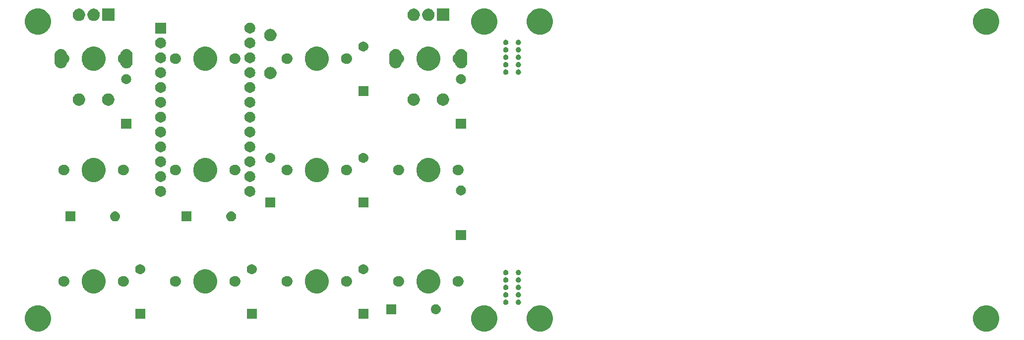
<source format=gbr>
G04 #@! TF.GenerationSoftware,KiCad,Pcbnew,(5.1.4)-1*
G04 #@! TF.CreationDate,2021-01-21T10:19:28-05:00*
G04 #@! TF.ProjectId,macropad,6d616372-6f70-4616-942e-6b696361645f,rev?*
G04 #@! TF.SameCoordinates,Original*
G04 #@! TF.FileFunction,Soldermask,Top*
G04 #@! TF.FilePolarity,Negative*
%FSLAX46Y46*%
G04 Gerber Fmt 4.6, Leading zero omitted, Abs format (unit mm)*
G04 Created by KiCad (PCBNEW (5.1.4)-1) date 2021-01-21 10:19:28*
%MOMM*%
%LPD*%
G04 APERTURE LIST*
%ADD10C,0.100000*%
G04 APERTURE END LIST*
D10*
G36*
X270944630Y-105709776D02*
G01*
X271325343Y-105785504D01*
X271734999Y-105955189D01*
X272103679Y-106201534D01*
X272417216Y-106515071D01*
X272663561Y-106883751D01*
X272833246Y-107293407D01*
X272919750Y-107728296D01*
X272919750Y-108171704D01*
X272833246Y-108606593D01*
X272663561Y-109016249D01*
X272417216Y-109384929D01*
X272103679Y-109698466D01*
X271734999Y-109944811D01*
X271325343Y-110114496D01*
X270944630Y-110190224D01*
X270890455Y-110201000D01*
X270447045Y-110201000D01*
X270392870Y-110190224D01*
X270012157Y-110114496D01*
X269602501Y-109944811D01*
X269233821Y-109698466D01*
X268920284Y-109384929D01*
X268673939Y-109016249D01*
X268504254Y-108606593D01*
X268417750Y-108171704D01*
X268417750Y-107728296D01*
X268504254Y-107293407D01*
X268673939Y-106883751D01*
X268920284Y-106515071D01*
X269233821Y-106201534D01*
X269602501Y-105955189D01*
X270012157Y-105785504D01*
X270392870Y-105709776D01*
X270447045Y-105699000D01*
X270890455Y-105699000D01*
X270944630Y-105709776D01*
X270944630Y-105709776D01*
G37*
G36*
X194744630Y-105709776D02*
G01*
X195125343Y-105785504D01*
X195534999Y-105955189D01*
X195903679Y-106201534D01*
X196217216Y-106515071D01*
X196463561Y-106883751D01*
X196633246Y-107293407D01*
X196719750Y-107728296D01*
X196719750Y-108171704D01*
X196633246Y-108606593D01*
X196463561Y-109016249D01*
X196217216Y-109384929D01*
X195903679Y-109698466D01*
X195534999Y-109944811D01*
X195125343Y-110114496D01*
X194744630Y-110190224D01*
X194690455Y-110201000D01*
X194247045Y-110201000D01*
X194192870Y-110190224D01*
X193812157Y-110114496D01*
X193402501Y-109944811D01*
X193033821Y-109698466D01*
X192720284Y-109384929D01*
X192473939Y-109016249D01*
X192304254Y-108606593D01*
X192217750Y-108171704D01*
X192217750Y-107728296D01*
X192304254Y-107293407D01*
X192473939Y-106883751D01*
X192720284Y-106515071D01*
X193033821Y-106201534D01*
X193402501Y-105955189D01*
X193812157Y-105785504D01*
X194192870Y-105709776D01*
X194247045Y-105699000D01*
X194690455Y-105699000D01*
X194744630Y-105709776D01*
X194744630Y-105709776D01*
G37*
G36*
X109019630Y-105709776D02*
G01*
X109400343Y-105785504D01*
X109809999Y-105955189D01*
X110178679Y-106201534D01*
X110492216Y-106515071D01*
X110738561Y-106883751D01*
X110908246Y-107293407D01*
X110994750Y-107728296D01*
X110994750Y-108171704D01*
X110908246Y-108606593D01*
X110738561Y-109016249D01*
X110492216Y-109384929D01*
X110178679Y-109698466D01*
X109809999Y-109944811D01*
X109400343Y-110114496D01*
X109019630Y-110190224D01*
X108965455Y-110201000D01*
X108522045Y-110201000D01*
X108467870Y-110190224D01*
X108087157Y-110114496D01*
X107677501Y-109944811D01*
X107308821Y-109698466D01*
X106995284Y-109384929D01*
X106748939Y-109016249D01*
X106579254Y-108606593D01*
X106492750Y-108171704D01*
X106492750Y-107728296D01*
X106579254Y-107293407D01*
X106748939Y-106883751D01*
X106995284Y-106515071D01*
X107308821Y-106201534D01*
X107677501Y-105955189D01*
X108087157Y-105785504D01*
X108467870Y-105709776D01*
X108522045Y-105699000D01*
X108965455Y-105699000D01*
X109019630Y-105709776D01*
X109019630Y-105709776D01*
G37*
G36*
X185219630Y-105709776D02*
G01*
X185600343Y-105785504D01*
X186009999Y-105955189D01*
X186378679Y-106201534D01*
X186692216Y-106515071D01*
X186938561Y-106883751D01*
X187108246Y-107293407D01*
X187194750Y-107728296D01*
X187194750Y-108171704D01*
X187108246Y-108606593D01*
X186938561Y-109016249D01*
X186692216Y-109384929D01*
X186378679Y-109698466D01*
X186009999Y-109944811D01*
X185600343Y-110114496D01*
X185219630Y-110190224D01*
X185165455Y-110201000D01*
X184722045Y-110201000D01*
X184667870Y-110190224D01*
X184287157Y-110114496D01*
X183877501Y-109944811D01*
X183508821Y-109698466D01*
X183195284Y-109384929D01*
X182948939Y-109016249D01*
X182779254Y-108606593D01*
X182692750Y-108171704D01*
X182692750Y-107728296D01*
X182779254Y-107293407D01*
X182948939Y-106883751D01*
X183195284Y-106515071D01*
X183508821Y-106201534D01*
X183877501Y-105955189D01*
X184287157Y-105785504D01*
X184667870Y-105709776D01*
X184722045Y-105699000D01*
X185165455Y-105699000D01*
X185219630Y-105709776D01*
X185219630Y-105709776D01*
G37*
G36*
X146107250Y-108007250D02*
G01*
X144405250Y-108007250D01*
X144405250Y-106305250D01*
X146107250Y-106305250D01*
X146107250Y-108007250D01*
X146107250Y-108007250D01*
G37*
G36*
X165157250Y-108007250D02*
G01*
X163455250Y-108007250D01*
X163455250Y-106305250D01*
X165157250Y-106305250D01*
X165157250Y-108007250D01*
X165157250Y-108007250D01*
G37*
G36*
X127057250Y-108007250D02*
G01*
X125355250Y-108007250D01*
X125355250Y-106305250D01*
X127057250Y-106305250D01*
X127057250Y-108007250D01*
X127057250Y-108007250D01*
G37*
G36*
X176855573Y-105523813D02*
G01*
X177015992Y-105572476D01*
X177068795Y-105600700D01*
X177163828Y-105651496D01*
X177293409Y-105757841D01*
X177399754Y-105887422D01*
X177399755Y-105887424D01*
X177478774Y-106035258D01*
X177527437Y-106195677D01*
X177543867Y-106362500D01*
X177527437Y-106529323D01*
X177478774Y-106689742D01*
X177407864Y-106822406D01*
X177399754Y-106837578D01*
X177293409Y-106967159D01*
X177163828Y-107073504D01*
X177163826Y-107073505D01*
X177015992Y-107152524D01*
X176855573Y-107201187D01*
X176730554Y-107213500D01*
X176646946Y-107213500D01*
X176521927Y-107201187D01*
X176361508Y-107152524D01*
X176213674Y-107073505D01*
X176213672Y-107073504D01*
X176084091Y-106967159D01*
X175977746Y-106837578D01*
X175969636Y-106822406D01*
X175898726Y-106689742D01*
X175850063Y-106529323D01*
X175833633Y-106362500D01*
X175850063Y-106195677D01*
X175898726Y-106035258D01*
X175977745Y-105887424D01*
X175977746Y-105887422D01*
X176084091Y-105757841D01*
X176213672Y-105651496D01*
X176308705Y-105600700D01*
X176361508Y-105572476D01*
X176521927Y-105523813D01*
X176646946Y-105511500D01*
X176730554Y-105511500D01*
X176855573Y-105523813D01*
X176855573Y-105523813D01*
G37*
G36*
X169919750Y-107213500D02*
G01*
X168217750Y-107213500D01*
X168217750Y-105511500D01*
X169919750Y-105511500D01*
X169919750Y-107213500D01*
X169919750Y-107213500D01*
G37*
G36*
X188756464Y-104728389D02*
G01*
X188837395Y-104761912D01*
X188910230Y-104810579D01*
X188972171Y-104872520D01*
X189020838Y-104945355D01*
X189054361Y-105026286D01*
X189071450Y-105112201D01*
X189071450Y-105199799D01*
X189054361Y-105285714D01*
X189020838Y-105366645D01*
X188972171Y-105439480D01*
X188910230Y-105501421D01*
X188837395Y-105550088D01*
X188837394Y-105550089D01*
X188837393Y-105550089D01*
X188756464Y-105583611D01*
X188670551Y-105600700D01*
X188582949Y-105600700D01*
X188497036Y-105583611D01*
X188416107Y-105550089D01*
X188416106Y-105550089D01*
X188416105Y-105550088D01*
X188343270Y-105501421D01*
X188281329Y-105439480D01*
X188232662Y-105366645D01*
X188199139Y-105285714D01*
X188182050Y-105199799D01*
X188182050Y-105112201D01*
X188199139Y-105026286D01*
X188232662Y-104945355D01*
X188281329Y-104872520D01*
X188343270Y-104810579D01*
X188416105Y-104761912D01*
X188497036Y-104728389D01*
X188582949Y-104711300D01*
X188670551Y-104711300D01*
X188756464Y-104728389D01*
X188756464Y-104728389D01*
G37*
G36*
X190915464Y-104728389D02*
G01*
X190996395Y-104761912D01*
X191069230Y-104810579D01*
X191131171Y-104872520D01*
X191179838Y-104945355D01*
X191213361Y-105026286D01*
X191230450Y-105112201D01*
X191230450Y-105199799D01*
X191213361Y-105285714D01*
X191179838Y-105366645D01*
X191131171Y-105439480D01*
X191069230Y-105501421D01*
X190996395Y-105550088D01*
X190996394Y-105550089D01*
X190996393Y-105550089D01*
X190915464Y-105583611D01*
X190829551Y-105600700D01*
X190741949Y-105600700D01*
X190656036Y-105583611D01*
X190575107Y-105550089D01*
X190575106Y-105550089D01*
X190575105Y-105550088D01*
X190502270Y-105501421D01*
X190440329Y-105439480D01*
X190391662Y-105366645D01*
X190358139Y-105285714D01*
X190341050Y-105199799D01*
X190341050Y-105112201D01*
X190358139Y-105026286D01*
X190391662Y-104945355D01*
X190440329Y-104872520D01*
X190502270Y-104810579D01*
X190575105Y-104761912D01*
X190656036Y-104728389D01*
X190741949Y-104711300D01*
X190829551Y-104711300D01*
X190915464Y-104728389D01*
X190915464Y-104728389D01*
G37*
G36*
X190915464Y-103458389D02*
G01*
X190996395Y-103491912D01*
X191069230Y-103540579D01*
X191131171Y-103602520D01*
X191179838Y-103675355D01*
X191213361Y-103756286D01*
X191230450Y-103842201D01*
X191230450Y-103929799D01*
X191213361Y-104015714D01*
X191179838Y-104096645D01*
X191131171Y-104169480D01*
X191069230Y-104231421D01*
X190996395Y-104280088D01*
X190996394Y-104280089D01*
X190996393Y-104280089D01*
X190915464Y-104313611D01*
X190829551Y-104330700D01*
X190741949Y-104330700D01*
X190656036Y-104313611D01*
X190575107Y-104280089D01*
X190575106Y-104280089D01*
X190575105Y-104280088D01*
X190502270Y-104231421D01*
X190440329Y-104169480D01*
X190391662Y-104096645D01*
X190358139Y-104015714D01*
X190341050Y-103929799D01*
X190341050Y-103842201D01*
X190358139Y-103756286D01*
X190391662Y-103675355D01*
X190440329Y-103602520D01*
X190502270Y-103540579D01*
X190575105Y-103491912D01*
X190656036Y-103458389D01*
X190741949Y-103441300D01*
X190829551Y-103441300D01*
X190915464Y-103458389D01*
X190915464Y-103458389D01*
G37*
G36*
X188756464Y-103458389D02*
G01*
X188837395Y-103491912D01*
X188910230Y-103540579D01*
X188972171Y-103602520D01*
X189020838Y-103675355D01*
X189054361Y-103756286D01*
X189071450Y-103842201D01*
X189071450Y-103929799D01*
X189054361Y-104015714D01*
X189020838Y-104096645D01*
X188972171Y-104169480D01*
X188910230Y-104231421D01*
X188837395Y-104280088D01*
X188837394Y-104280089D01*
X188837393Y-104280089D01*
X188756464Y-104313611D01*
X188670551Y-104330700D01*
X188582949Y-104330700D01*
X188497036Y-104313611D01*
X188416107Y-104280089D01*
X188416106Y-104280089D01*
X188416105Y-104280088D01*
X188343270Y-104231421D01*
X188281329Y-104169480D01*
X188232662Y-104096645D01*
X188199139Y-104015714D01*
X188182050Y-103929799D01*
X188182050Y-103842201D01*
X188199139Y-103756286D01*
X188232662Y-103675355D01*
X188281329Y-103602520D01*
X188343270Y-103540579D01*
X188416105Y-103491912D01*
X188497036Y-103458389D01*
X188582949Y-103441300D01*
X188670551Y-103441300D01*
X188756464Y-103458389D01*
X188756464Y-103458389D01*
G37*
G36*
X156965224Y-99633684D02*
G01*
X157132748Y-99703075D01*
X157337373Y-99787833D01*
X157672298Y-100011623D01*
X157957127Y-100296452D01*
X158180917Y-100631377D01*
X158213312Y-100709586D01*
X158335066Y-101003526D01*
X158413650Y-101398594D01*
X158413650Y-101801406D01*
X158335066Y-102196474D01*
X158248544Y-102405357D01*
X158180917Y-102568623D01*
X157957127Y-102903548D01*
X157672298Y-103188377D01*
X157337373Y-103412167D01*
X157183224Y-103476017D01*
X156965224Y-103566316D01*
X156570156Y-103644900D01*
X156167344Y-103644900D01*
X155772276Y-103566316D01*
X155554276Y-103476017D01*
X155400127Y-103412167D01*
X155065202Y-103188377D01*
X154780373Y-102903548D01*
X154556583Y-102568623D01*
X154488956Y-102405357D01*
X154402434Y-102196474D01*
X154323850Y-101801406D01*
X154323850Y-101398594D01*
X154402434Y-101003526D01*
X154524188Y-100709586D01*
X154556583Y-100631377D01*
X154780373Y-100296452D01*
X155065202Y-100011623D01*
X155400127Y-99787833D01*
X155604752Y-99703075D01*
X155772276Y-99633684D01*
X156167344Y-99555100D01*
X156570156Y-99555100D01*
X156965224Y-99633684D01*
X156965224Y-99633684D01*
G37*
G36*
X118865224Y-99633684D02*
G01*
X119032748Y-99703075D01*
X119237373Y-99787833D01*
X119572298Y-100011623D01*
X119857127Y-100296452D01*
X120080917Y-100631377D01*
X120113312Y-100709586D01*
X120235066Y-101003526D01*
X120313650Y-101398594D01*
X120313650Y-101801406D01*
X120235066Y-102196474D01*
X120148544Y-102405357D01*
X120080917Y-102568623D01*
X119857127Y-102903548D01*
X119572298Y-103188377D01*
X119237373Y-103412167D01*
X119083224Y-103476017D01*
X118865224Y-103566316D01*
X118470156Y-103644900D01*
X118067344Y-103644900D01*
X117672276Y-103566316D01*
X117454276Y-103476017D01*
X117300127Y-103412167D01*
X116965202Y-103188377D01*
X116680373Y-102903548D01*
X116456583Y-102568623D01*
X116388956Y-102405357D01*
X116302434Y-102196474D01*
X116223850Y-101801406D01*
X116223850Y-101398594D01*
X116302434Y-101003526D01*
X116424188Y-100709586D01*
X116456583Y-100631377D01*
X116680373Y-100296452D01*
X116965202Y-100011623D01*
X117300127Y-99787833D01*
X117504752Y-99703075D01*
X117672276Y-99633684D01*
X118067344Y-99555100D01*
X118470156Y-99555100D01*
X118865224Y-99633684D01*
X118865224Y-99633684D01*
G37*
G36*
X137915224Y-99633684D02*
G01*
X138082748Y-99703075D01*
X138287373Y-99787833D01*
X138622298Y-100011623D01*
X138907127Y-100296452D01*
X139130917Y-100631377D01*
X139163312Y-100709586D01*
X139285066Y-101003526D01*
X139363650Y-101398594D01*
X139363650Y-101801406D01*
X139285066Y-102196474D01*
X139198544Y-102405357D01*
X139130917Y-102568623D01*
X138907127Y-102903548D01*
X138622298Y-103188377D01*
X138287373Y-103412167D01*
X138133224Y-103476017D01*
X137915224Y-103566316D01*
X137520156Y-103644900D01*
X137117344Y-103644900D01*
X136722276Y-103566316D01*
X136504276Y-103476017D01*
X136350127Y-103412167D01*
X136015202Y-103188377D01*
X135730373Y-102903548D01*
X135506583Y-102568623D01*
X135438956Y-102405357D01*
X135352434Y-102196474D01*
X135273850Y-101801406D01*
X135273850Y-101398594D01*
X135352434Y-101003526D01*
X135474188Y-100709586D01*
X135506583Y-100631377D01*
X135730373Y-100296452D01*
X136015202Y-100011623D01*
X136350127Y-99787833D01*
X136554752Y-99703075D01*
X136722276Y-99633684D01*
X137117344Y-99555100D01*
X137520156Y-99555100D01*
X137915224Y-99633684D01*
X137915224Y-99633684D01*
G37*
G36*
X176015224Y-99633684D02*
G01*
X176182748Y-99703075D01*
X176387373Y-99787833D01*
X176722298Y-100011623D01*
X177007127Y-100296452D01*
X177230917Y-100631377D01*
X177263312Y-100709586D01*
X177385066Y-101003526D01*
X177463650Y-101398594D01*
X177463650Y-101801406D01*
X177385066Y-102196474D01*
X177298544Y-102405357D01*
X177230917Y-102568623D01*
X177007127Y-102903548D01*
X176722298Y-103188377D01*
X176387373Y-103412167D01*
X176233224Y-103476017D01*
X176015224Y-103566316D01*
X175620156Y-103644900D01*
X175217344Y-103644900D01*
X174822276Y-103566316D01*
X174604276Y-103476017D01*
X174450127Y-103412167D01*
X174115202Y-103188377D01*
X173830373Y-102903548D01*
X173606583Y-102568623D01*
X173538956Y-102405357D01*
X173452434Y-102196474D01*
X173373850Y-101801406D01*
X173373850Y-101398594D01*
X173452434Y-101003526D01*
X173574188Y-100709586D01*
X173606583Y-100631377D01*
X173830373Y-100296452D01*
X174115202Y-100011623D01*
X174450127Y-99787833D01*
X174654752Y-99703075D01*
X174822276Y-99633684D01*
X175217344Y-99555100D01*
X175620156Y-99555100D01*
X176015224Y-99633684D01*
X176015224Y-99633684D01*
G37*
G36*
X188756464Y-102188389D02*
G01*
X188837395Y-102221912D01*
X188910230Y-102270579D01*
X188972171Y-102332520D01*
X188972172Y-102332522D01*
X189020839Y-102405357D01*
X189054361Y-102486286D01*
X189070739Y-102568623D01*
X189071450Y-102572201D01*
X189071450Y-102659799D01*
X189054361Y-102745714D01*
X189020838Y-102826645D01*
X188972171Y-102899480D01*
X188910230Y-102961421D01*
X188837395Y-103010088D01*
X188837394Y-103010089D01*
X188837393Y-103010089D01*
X188756464Y-103043611D01*
X188670551Y-103060700D01*
X188582949Y-103060700D01*
X188497036Y-103043611D01*
X188416107Y-103010089D01*
X188416106Y-103010089D01*
X188416105Y-103010088D01*
X188343270Y-102961421D01*
X188281329Y-102899480D01*
X188232662Y-102826645D01*
X188199139Y-102745714D01*
X188182050Y-102659799D01*
X188182050Y-102572201D01*
X188182762Y-102568623D01*
X188199139Y-102486286D01*
X188232661Y-102405357D01*
X188281328Y-102332522D01*
X188281329Y-102332520D01*
X188343270Y-102270579D01*
X188416105Y-102221912D01*
X188497036Y-102188389D01*
X188582949Y-102171300D01*
X188670551Y-102171300D01*
X188756464Y-102188389D01*
X188756464Y-102188389D01*
G37*
G36*
X190915464Y-102188389D02*
G01*
X190996395Y-102221912D01*
X191069230Y-102270579D01*
X191131171Y-102332520D01*
X191131172Y-102332522D01*
X191179839Y-102405357D01*
X191213361Y-102486286D01*
X191229739Y-102568623D01*
X191230450Y-102572201D01*
X191230450Y-102659799D01*
X191213361Y-102745714D01*
X191179838Y-102826645D01*
X191131171Y-102899480D01*
X191069230Y-102961421D01*
X190996395Y-103010088D01*
X190996394Y-103010089D01*
X190996393Y-103010089D01*
X190915464Y-103043611D01*
X190829551Y-103060700D01*
X190741949Y-103060700D01*
X190656036Y-103043611D01*
X190575107Y-103010089D01*
X190575106Y-103010089D01*
X190575105Y-103010088D01*
X190502270Y-102961421D01*
X190440329Y-102899480D01*
X190391662Y-102826645D01*
X190358139Y-102745714D01*
X190341050Y-102659799D01*
X190341050Y-102572201D01*
X190341762Y-102568623D01*
X190358139Y-102486286D01*
X190391661Y-102405357D01*
X190440328Y-102332522D01*
X190440329Y-102332520D01*
X190502270Y-102270579D01*
X190575105Y-102221912D01*
X190656036Y-102188389D01*
X190741949Y-102171300D01*
X190829551Y-102171300D01*
X190915464Y-102188389D01*
X190915464Y-102188389D01*
G37*
G36*
X123618854Y-100709585D02*
G01*
X123787376Y-100779389D01*
X123939041Y-100880728D01*
X124068022Y-101009709D01*
X124169361Y-101161374D01*
X124239165Y-101329896D01*
X124274750Y-101508797D01*
X124274750Y-101691203D01*
X124239165Y-101870104D01*
X124169361Y-102038626D01*
X124068022Y-102190291D01*
X123939041Y-102319272D01*
X123787376Y-102420611D01*
X123618854Y-102490415D01*
X123439953Y-102526000D01*
X123257547Y-102526000D01*
X123078646Y-102490415D01*
X122910124Y-102420611D01*
X122758459Y-102319272D01*
X122629478Y-102190291D01*
X122528139Y-102038626D01*
X122458335Y-101870104D01*
X122422750Y-101691203D01*
X122422750Y-101508797D01*
X122458335Y-101329896D01*
X122528139Y-101161374D01*
X122629478Y-101009709D01*
X122758459Y-100880728D01*
X122910124Y-100779389D01*
X123078646Y-100709585D01*
X123257547Y-100674000D01*
X123439953Y-100674000D01*
X123618854Y-100709585D01*
X123618854Y-100709585D01*
G37*
G36*
X180768854Y-100709585D02*
G01*
X180937376Y-100779389D01*
X181089041Y-100880728D01*
X181218022Y-101009709D01*
X181319361Y-101161374D01*
X181389165Y-101329896D01*
X181424750Y-101508797D01*
X181424750Y-101691203D01*
X181389165Y-101870104D01*
X181319361Y-102038626D01*
X181218022Y-102190291D01*
X181089041Y-102319272D01*
X180937376Y-102420611D01*
X180768854Y-102490415D01*
X180589953Y-102526000D01*
X180407547Y-102526000D01*
X180228646Y-102490415D01*
X180060124Y-102420611D01*
X179908459Y-102319272D01*
X179779478Y-102190291D01*
X179678139Y-102038626D01*
X179608335Y-101870104D01*
X179572750Y-101691203D01*
X179572750Y-101508797D01*
X179608335Y-101329896D01*
X179678139Y-101161374D01*
X179779478Y-101009709D01*
X179908459Y-100880728D01*
X180060124Y-100779389D01*
X180228646Y-100709585D01*
X180407547Y-100674000D01*
X180589953Y-100674000D01*
X180768854Y-100709585D01*
X180768854Y-100709585D01*
G37*
G36*
X170608854Y-100709585D02*
G01*
X170777376Y-100779389D01*
X170929041Y-100880728D01*
X171058022Y-101009709D01*
X171159361Y-101161374D01*
X171229165Y-101329896D01*
X171264750Y-101508797D01*
X171264750Y-101691203D01*
X171229165Y-101870104D01*
X171159361Y-102038626D01*
X171058022Y-102190291D01*
X170929041Y-102319272D01*
X170777376Y-102420611D01*
X170608854Y-102490415D01*
X170429953Y-102526000D01*
X170247547Y-102526000D01*
X170068646Y-102490415D01*
X169900124Y-102420611D01*
X169748459Y-102319272D01*
X169619478Y-102190291D01*
X169518139Y-102038626D01*
X169448335Y-101870104D01*
X169412750Y-101691203D01*
X169412750Y-101508797D01*
X169448335Y-101329896D01*
X169518139Y-101161374D01*
X169619478Y-101009709D01*
X169748459Y-100880728D01*
X169900124Y-100779389D01*
X170068646Y-100709585D01*
X170247547Y-100674000D01*
X170429953Y-100674000D01*
X170608854Y-100709585D01*
X170608854Y-100709585D01*
G37*
G36*
X161718854Y-100709585D02*
G01*
X161887376Y-100779389D01*
X162039041Y-100880728D01*
X162168022Y-101009709D01*
X162269361Y-101161374D01*
X162339165Y-101329896D01*
X162374750Y-101508797D01*
X162374750Y-101691203D01*
X162339165Y-101870104D01*
X162269361Y-102038626D01*
X162168022Y-102190291D01*
X162039041Y-102319272D01*
X161887376Y-102420611D01*
X161718854Y-102490415D01*
X161539953Y-102526000D01*
X161357547Y-102526000D01*
X161178646Y-102490415D01*
X161010124Y-102420611D01*
X160858459Y-102319272D01*
X160729478Y-102190291D01*
X160628139Y-102038626D01*
X160558335Y-101870104D01*
X160522750Y-101691203D01*
X160522750Y-101508797D01*
X160558335Y-101329896D01*
X160628139Y-101161374D01*
X160729478Y-101009709D01*
X160858459Y-100880728D01*
X161010124Y-100779389D01*
X161178646Y-100709585D01*
X161357547Y-100674000D01*
X161539953Y-100674000D01*
X161718854Y-100709585D01*
X161718854Y-100709585D01*
G37*
G36*
X151558854Y-100709585D02*
G01*
X151727376Y-100779389D01*
X151879041Y-100880728D01*
X152008022Y-101009709D01*
X152109361Y-101161374D01*
X152179165Y-101329896D01*
X152214750Y-101508797D01*
X152214750Y-101691203D01*
X152179165Y-101870104D01*
X152109361Y-102038626D01*
X152008022Y-102190291D01*
X151879041Y-102319272D01*
X151727376Y-102420611D01*
X151558854Y-102490415D01*
X151379953Y-102526000D01*
X151197547Y-102526000D01*
X151018646Y-102490415D01*
X150850124Y-102420611D01*
X150698459Y-102319272D01*
X150569478Y-102190291D01*
X150468139Y-102038626D01*
X150398335Y-101870104D01*
X150362750Y-101691203D01*
X150362750Y-101508797D01*
X150398335Y-101329896D01*
X150468139Y-101161374D01*
X150569478Y-101009709D01*
X150698459Y-100880728D01*
X150850124Y-100779389D01*
X151018646Y-100709585D01*
X151197547Y-100674000D01*
X151379953Y-100674000D01*
X151558854Y-100709585D01*
X151558854Y-100709585D01*
G37*
G36*
X142668854Y-100709585D02*
G01*
X142837376Y-100779389D01*
X142989041Y-100880728D01*
X143118022Y-101009709D01*
X143219361Y-101161374D01*
X143289165Y-101329896D01*
X143324750Y-101508797D01*
X143324750Y-101691203D01*
X143289165Y-101870104D01*
X143219361Y-102038626D01*
X143118022Y-102190291D01*
X142989041Y-102319272D01*
X142837376Y-102420611D01*
X142668854Y-102490415D01*
X142489953Y-102526000D01*
X142307547Y-102526000D01*
X142128646Y-102490415D01*
X141960124Y-102420611D01*
X141808459Y-102319272D01*
X141679478Y-102190291D01*
X141578139Y-102038626D01*
X141508335Y-101870104D01*
X141472750Y-101691203D01*
X141472750Y-101508797D01*
X141508335Y-101329896D01*
X141578139Y-101161374D01*
X141679478Y-101009709D01*
X141808459Y-100880728D01*
X141960124Y-100779389D01*
X142128646Y-100709585D01*
X142307547Y-100674000D01*
X142489953Y-100674000D01*
X142668854Y-100709585D01*
X142668854Y-100709585D01*
G37*
G36*
X132508854Y-100709585D02*
G01*
X132677376Y-100779389D01*
X132829041Y-100880728D01*
X132958022Y-101009709D01*
X133059361Y-101161374D01*
X133129165Y-101329896D01*
X133164750Y-101508797D01*
X133164750Y-101691203D01*
X133129165Y-101870104D01*
X133059361Y-102038626D01*
X132958022Y-102190291D01*
X132829041Y-102319272D01*
X132677376Y-102420611D01*
X132508854Y-102490415D01*
X132329953Y-102526000D01*
X132147547Y-102526000D01*
X131968646Y-102490415D01*
X131800124Y-102420611D01*
X131648459Y-102319272D01*
X131519478Y-102190291D01*
X131418139Y-102038626D01*
X131348335Y-101870104D01*
X131312750Y-101691203D01*
X131312750Y-101508797D01*
X131348335Y-101329896D01*
X131418139Y-101161374D01*
X131519478Y-101009709D01*
X131648459Y-100880728D01*
X131800124Y-100779389D01*
X131968646Y-100709585D01*
X132147547Y-100674000D01*
X132329953Y-100674000D01*
X132508854Y-100709585D01*
X132508854Y-100709585D01*
G37*
G36*
X113458854Y-100709585D02*
G01*
X113627376Y-100779389D01*
X113779041Y-100880728D01*
X113908022Y-101009709D01*
X114009361Y-101161374D01*
X114079165Y-101329896D01*
X114114750Y-101508797D01*
X114114750Y-101691203D01*
X114079165Y-101870104D01*
X114009361Y-102038626D01*
X113908022Y-102190291D01*
X113779041Y-102319272D01*
X113627376Y-102420611D01*
X113458854Y-102490415D01*
X113279953Y-102526000D01*
X113097547Y-102526000D01*
X112918646Y-102490415D01*
X112750124Y-102420611D01*
X112598459Y-102319272D01*
X112469478Y-102190291D01*
X112368139Y-102038626D01*
X112298335Y-101870104D01*
X112262750Y-101691203D01*
X112262750Y-101508797D01*
X112298335Y-101329896D01*
X112368139Y-101161374D01*
X112469478Y-101009709D01*
X112598459Y-100880728D01*
X112750124Y-100779389D01*
X112918646Y-100709585D01*
X113097547Y-100674000D01*
X113279953Y-100674000D01*
X113458854Y-100709585D01*
X113458854Y-100709585D01*
G37*
G36*
X190915464Y-100918389D02*
G01*
X190996395Y-100951912D01*
X191069230Y-101000579D01*
X191131171Y-101062520D01*
X191131172Y-101062522D01*
X191179839Y-101135357D01*
X191213361Y-101216286D01*
X191230450Y-101302199D01*
X191230450Y-101389801D01*
X191213361Y-101475714D01*
X191199658Y-101508797D01*
X191179838Y-101556645D01*
X191131171Y-101629480D01*
X191069230Y-101691421D01*
X190996395Y-101740088D01*
X190996394Y-101740089D01*
X190996393Y-101740089D01*
X190915464Y-101773611D01*
X190829551Y-101790700D01*
X190741949Y-101790700D01*
X190656036Y-101773611D01*
X190575107Y-101740089D01*
X190575106Y-101740089D01*
X190575105Y-101740088D01*
X190502270Y-101691421D01*
X190440329Y-101629480D01*
X190391662Y-101556645D01*
X190371843Y-101508797D01*
X190358139Y-101475714D01*
X190341050Y-101389801D01*
X190341050Y-101302199D01*
X190358139Y-101216286D01*
X190391661Y-101135357D01*
X190440328Y-101062522D01*
X190440329Y-101062520D01*
X190502270Y-101000579D01*
X190575105Y-100951912D01*
X190656036Y-100918389D01*
X190741949Y-100901300D01*
X190829551Y-100901300D01*
X190915464Y-100918389D01*
X190915464Y-100918389D01*
G37*
G36*
X188756464Y-100918389D02*
G01*
X188837395Y-100951912D01*
X188910230Y-101000579D01*
X188972171Y-101062520D01*
X188972172Y-101062522D01*
X189020839Y-101135357D01*
X189054361Y-101216286D01*
X189071450Y-101302199D01*
X189071450Y-101389801D01*
X189054361Y-101475714D01*
X189040658Y-101508797D01*
X189020838Y-101556645D01*
X188972171Y-101629480D01*
X188910230Y-101691421D01*
X188837395Y-101740088D01*
X188837394Y-101740089D01*
X188837393Y-101740089D01*
X188756464Y-101773611D01*
X188670551Y-101790700D01*
X188582949Y-101790700D01*
X188497036Y-101773611D01*
X188416107Y-101740089D01*
X188416106Y-101740089D01*
X188416105Y-101740088D01*
X188343270Y-101691421D01*
X188281329Y-101629480D01*
X188232662Y-101556645D01*
X188212843Y-101508797D01*
X188199139Y-101475714D01*
X188182050Y-101389801D01*
X188182050Y-101302199D01*
X188199139Y-101216286D01*
X188232661Y-101135357D01*
X188281328Y-101062522D01*
X188281329Y-101062520D01*
X188343270Y-101000579D01*
X188416105Y-100951912D01*
X188497036Y-100918389D01*
X188582949Y-100901300D01*
X188670551Y-100901300D01*
X188756464Y-100918389D01*
X188756464Y-100918389D01*
G37*
G36*
X190915464Y-99648389D02*
G01*
X190996395Y-99681912D01*
X191069230Y-99730579D01*
X191131171Y-99792520D01*
X191131172Y-99792522D01*
X191179839Y-99865357D01*
X191213361Y-99946286D01*
X191230450Y-100032199D01*
X191230450Y-100119801D01*
X191213361Y-100205714D01*
X191196155Y-100247254D01*
X191179838Y-100286645D01*
X191131171Y-100359480D01*
X191069230Y-100421421D01*
X190996395Y-100470088D01*
X190996394Y-100470089D01*
X190996393Y-100470089D01*
X190915464Y-100503611D01*
X190829551Y-100520700D01*
X190741949Y-100520700D01*
X190656036Y-100503611D01*
X190575107Y-100470089D01*
X190575106Y-100470089D01*
X190575105Y-100470088D01*
X190502270Y-100421421D01*
X190440329Y-100359480D01*
X190391662Y-100286645D01*
X190375346Y-100247254D01*
X190358139Y-100205714D01*
X190341050Y-100119801D01*
X190341050Y-100032199D01*
X190358139Y-99946286D01*
X190391661Y-99865357D01*
X190440328Y-99792522D01*
X190440329Y-99792520D01*
X190502270Y-99730579D01*
X190575105Y-99681912D01*
X190656036Y-99648389D01*
X190741949Y-99631300D01*
X190829551Y-99631300D01*
X190915464Y-99648389D01*
X190915464Y-99648389D01*
G37*
G36*
X188756464Y-99648389D02*
G01*
X188837395Y-99681912D01*
X188910230Y-99730579D01*
X188972171Y-99792520D01*
X188972172Y-99792522D01*
X189020839Y-99865357D01*
X189054361Y-99946286D01*
X189071450Y-100032199D01*
X189071450Y-100119801D01*
X189054361Y-100205714D01*
X189037155Y-100247254D01*
X189020838Y-100286645D01*
X188972171Y-100359480D01*
X188910230Y-100421421D01*
X188837395Y-100470088D01*
X188837394Y-100470089D01*
X188837393Y-100470089D01*
X188756464Y-100503611D01*
X188670551Y-100520700D01*
X188582949Y-100520700D01*
X188497036Y-100503611D01*
X188416107Y-100470089D01*
X188416106Y-100470089D01*
X188416105Y-100470088D01*
X188343270Y-100421421D01*
X188281329Y-100359480D01*
X188232662Y-100286645D01*
X188216346Y-100247254D01*
X188199139Y-100205714D01*
X188182050Y-100119801D01*
X188182050Y-100032199D01*
X188199139Y-99946286D01*
X188232661Y-99865357D01*
X188281328Y-99792522D01*
X188281329Y-99792520D01*
X188343270Y-99730579D01*
X188416105Y-99681912D01*
X188497036Y-99648389D01*
X188582949Y-99631300D01*
X188670551Y-99631300D01*
X188756464Y-99648389D01*
X188756464Y-99648389D01*
G37*
G36*
X126373073Y-98697563D02*
G01*
X126533492Y-98746226D01*
X126666156Y-98817136D01*
X126681328Y-98825246D01*
X126810909Y-98931591D01*
X126917254Y-99061172D01*
X126917255Y-99061174D01*
X126996274Y-99209008D01*
X127044937Y-99369427D01*
X127061367Y-99536250D01*
X127044937Y-99703073D01*
X126996274Y-99863492D01*
X126925364Y-99996156D01*
X126917254Y-100011328D01*
X126810909Y-100140909D01*
X126681328Y-100247254D01*
X126681326Y-100247255D01*
X126533492Y-100326274D01*
X126373073Y-100374937D01*
X126248054Y-100387250D01*
X126164446Y-100387250D01*
X126039427Y-100374937D01*
X125879008Y-100326274D01*
X125731174Y-100247255D01*
X125731172Y-100247254D01*
X125601591Y-100140909D01*
X125495246Y-100011328D01*
X125487136Y-99996156D01*
X125416226Y-99863492D01*
X125367563Y-99703073D01*
X125351133Y-99536250D01*
X125367563Y-99369427D01*
X125416226Y-99209008D01*
X125495245Y-99061174D01*
X125495246Y-99061172D01*
X125601591Y-98931591D01*
X125731172Y-98825246D01*
X125746344Y-98817136D01*
X125879008Y-98746226D01*
X126039427Y-98697563D01*
X126164446Y-98685250D01*
X126248054Y-98685250D01*
X126373073Y-98697563D01*
X126373073Y-98697563D01*
G37*
G36*
X164473073Y-98697563D02*
G01*
X164633492Y-98746226D01*
X164766156Y-98817136D01*
X164781328Y-98825246D01*
X164910909Y-98931591D01*
X165017254Y-99061172D01*
X165017255Y-99061174D01*
X165096274Y-99209008D01*
X165144937Y-99369427D01*
X165161367Y-99536250D01*
X165144937Y-99703073D01*
X165096274Y-99863492D01*
X165025364Y-99996156D01*
X165017254Y-100011328D01*
X164910909Y-100140909D01*
X164781328Y-100247254D01*
X164781326Y-100247255D01*
X164633492Y-100326274D01*
X164473073Y-100374937D01*
X164348054Y-100387250D01*
X164264446Y-100387250D01*
X164139427Y-100374937D01*
X163979008Y-100326274D01*
X163831174Y-100247255D01*
X163831172Y-100247254D01*
X163701591Y-100140909D01*
X163595246Y-100011328D01*
X163587136Y-99996156D01*
X163516226Y-99863492D01*
X163467563Y-99703073D01*
X163451133Y-99536250D01*
X163467563Y-99369427D01*
X163516226Y-99209008D01*
X163595245Y-99061174D01*
X163595246Y-99061172D01*
X163701591Y-98931591D01*
X163831172Y-98825246D01*
X163846344Y-98817136D01*
X163979008Y-98746226D01*
X164139427Y-98697563D01*
X164264446Y-98685250D01*
X164348054Y-98685250D01*
X164473073Y-98697563D01*
X164473073Y-98697563D01*
G37*
G36*
X145423073Y-98697563D02*
G01*
X145583492Y-98746226D01*
X145716156Y-98817136D01*
X145731328Y-98825246D01*
X145860909Y-98931591D01*
X145967254Y-99061172D01*
X145967255Y-99061174D01*
X146046274Y-99209008D01*
X146094937Y-99369427D01*
X146111367Y-99536250D01*
X146094937Y-99703073D01*
X146046274Y-99863492D01*
X145975364Y-99996156D01*
X145967254Y-100011328D01*
X145860909Y-100140909D01*
X145731328Y-100247254D01*
X145731326Y-100247255D01*
X145583492Y-100326274D01*
X145423073Y-100374937D01*
X145298054Y-100387250D01*
X145214446Y-100387250D01*
X145089427Y-100374937D01*
X144929008Y-100326274D01*
X144781174Y-100247255D01*
X144781172Y-100247254D01*
X144651591Y-100140909D01*
X144545246Y-100011328D01*
X144537136Y-99996156D01*
X144466226Y-99863492D01*
X144417563Y-99703073D01*
X144401133Y-99536250D01*
X144417563Y-99369427D01*
X144466226Y-99209008D01*
X144545245Y-99061174D01*
X144545246Y-99061172D01*
X144651591Y-98931591D01*
X144781172Y-98825246D01*
X144796344Y-98817136D01*
X144929008Y-98746226D01*
X145089427Y-98697563D01*
X145214446Y-98685250D01*
X145298054Y-98685250D01*
X145423073Y-98697563D01*
X145423073Y-98697563D01*
G37*
G36*
X181826000Y-94513500D02*
G01*
X180124000Y-94513500D01*
X180124000Y-92811500D01*
X181826000Y-92811500D01*
X181826000Y-94513500D01*
X181826000Y-94513500D01*
G37*
G36*
X141930573Y-89648813D02*
G01*
X142090992Y-89697476D01*
X142223656Y-89768386D01*
X142238828Y-89776496D01*
X142368409Y-89882841D01*
X142474754Y-90012422D01*
X142474755Y-90012424D01*
X142553774Y-90160258D01*
X142602437Y-90320677D01*
X142618867Y-90487500D01*
X142602437Y-90654323D01*
X142553774Y-90814742D01*
X142482864Y-90947406D01*
X142474754Y-90962578D01*
X142368409Y-91092159D01*
X142238828Y-91198504D01*
X142238826Y-91198505D01*
X142090992Y-91277524D01*
X141930573Y-91326187D01*
X141805554Y-91338500D01*
X141721946Y-91338500D01*
X141596927Y-91326187D01*
X141436508Y-91277524D01*
X141288674Y-91198505D01*
X141288672Y-91198504D01*
X141159091Y-91092159D01*
X141052746Y-90962578D01*
X141044636Y-90947406D01*
X140973726Y-90814742D01*
X140925063Y-90654323D01*
X140908633Y-90487500D01*
X140925063Y-90320677D01*
X140973726Y-90160258D01*
X141052745Y-90012424D01*
X141052746Y-90012422D01*
X141159091Y-89882841D01*
X141288672Y-89776496D01*
X141303844Y-89768386D01*
X141436508Y-89697476D01*
X141596927Y-89648813D01*
X141721946Y-89636500D01*
X141805554Y-89636500D01*
X141930573Y-89648813D01*
X141930573Y-89648813D01*
G37*
G36*
X134994750Y-91338500D02*
G01*
X133292750Y-91338500D01*
X133292750Y-89636500D01*
X134994750Y-89636500D01*
X134994750Y-91338500D01*
X134994750Y-91338500D01*
G37*
G36*
X122086823Y-89648813D02*
G01*
X122247242Y-89697476D01*
X122379906Y-89768386D01*
X122395078Y-89776496D01*
X122524659Y-89882841D01*
X122631004Y-90012422D01*
X122631005Y-90012424D01*
X122710024Y-90160258D01*
X122758687Y-90320677D01*
X122775117Y-90487500D01*
X122758687Y-90654323D01*
X122710024Y-90814742D01*
X122639114Y-90947406D01*
X122631004Y-90962578D01*
X122524659Y-91092159D01*
X122395078Y-91198504D01*
X122395076Y-91198505D01*
X122247242Y-91277524D01*
X122086823Y-91326187D01*
X121961804Y-91338500D01*
X121878196Y-91338500D01*
X121753177Y-91326187D01*
X121592758Y-91277524D01*
X121444924Y-91198505D01*
X121444922Y-91198504D01*
X121315341Y-91092159D01*
X121208996Y-90962578D01*
X121200886Y-90947406D01*
X121129976Y-90814742D01*
X121081313Y-90654323D01*
X121064883Y-90487500D01*
X121081313Y-90320677D01*
X121129976Y-90160258D01*
X121208995Y-90012424D01*
X121208996Y-90012422D01*
X121315341Y-89882841D01*
X121444922Y-89776496D01*
X121460094Y-89768386D01*
X121592758Y-89697476D01*
X121753177Y-89648813D01*
X121878196Y-89636500D01*
X121961804Y-89636500D01*
X122086823Y-89648813D01*
X122086823Y-89648813D01*
G37*
G36*
X115151000Y-91338500D02*
G01*
X113449000Y-91338500D01*
X113449000Y-89636500D01*
X115151000Y-89636500D01*
X115151000Y-91338500D01*
X115151000Y-91338500D01*
G37*
G36*
X165157250Y-88957250D02*
G01*
X163455250Y-88957250D01*
X163455250Y-87255250D01*
X165157250Y-87255250D01*
X165157250Y-88957250D01*
X165157250Y-88957250D01*
G37*
G36*
X149282250Y-88957250D02*
G01*
X147580250Y-88957250D01*
X147580250Y-87255250D01*
X149282250Y-87255250D01*
X149282250Y-88957250D01*
X149282250Y-88957250D01*
G37*
G36*
X145209233Y-85309585D02*
G01*
X145377990Y-85379486D01*
X145529868Y-85480968D01*
X145659032Y-85610132D01*
X145760514Y-85762010D01*
X145830415Y-85930767D01*
X145866050Y-86109918D01*
X145866050Y-86292582D01*
X145830415Y-86471733D01*
X145760514Y-86640490D01*
X145659032Y-86792368D01*
X145529868Y-86921532D01*
X145377990Y-87023014D01*
X145209233Y-87092915D01*
X145030082Y-87128550D01*
X144847418Y-87128550D01*
X144668267Y-87092915D01*
X144499510Y-87023014D01*
X144347632Y-86921532D01*
X144218468Y-86792368D01*
X144116986Y-86640490D01*
X144047085Y-86471733D01*
X144011450Y-86292582D01*
X144011450Y-86109918D01*
X144047085Y-85930767D01*
X144116986Y-85762010D01*
X144218468Y-85610132D01*
X144347632Y-85480968D01*
X144499510Y-85379486D01*
X144668267Y-85309585D01*
X144847418Y-85273950D01*
X145030082Y-85273950D01*
X145209233Y-85309585D01*
X145209233Y-85309585D01*
G37*
G36*
X129969233Y-85309585D02*
G01*
X130137990Y-85379486D01*
X130289868Y-85480968D01*
X130419032Y-85610132D01*
X130520514Y-85762010D01*
X130590415Y-85930767D01*
X130626050Y-86109918D01*
X130626050Y-86292582D01*
X130590415Y-86471733D01*
X130520514Y-86640490D01*
X130419032Y-86792368D01*
X130289868Y-86921532D01*
X130137990Y-87023014D01*
X129969233Y-87092915D01*
X129790082Y-87128550D01*
X129607418Y-87128550D01*
X129428267Y-87092915D01*
X129259510Y-87023014D01*
X129107632Y-86921532D01*
X128978468Y-86792368D01*
X128876986Y-86640490D01*
X128807085Y-86471733D01*
X128771450Y-86292582D01*
X128771450Y-86109918D01*
X128807085Y-85930767D01*
X128876986Y-85762010D01*
X128978468Y-85610132D01*
X129107632Y-85480968D01*
X129259510Y-85379486D01*
X129428267Y-85309585D01*
X129607418Y-85273950D01*
X129790082Y-85273950D01*
X129969233Y-85309585D01*
X129969233Y-85309585D01*
G37*
G36*
X181141823Y-85203813D02*
G01*
X181302242Y-85252476D01*
X181409085Y-85309585D01*
X181450078Y-85331496D01*
X181579659Y-85437841D01*
X181686004Y-85567422D01*
X181686005Y-85567424D01*
X181765024Y-85715258D01*
X181813687Y-85875677D01*
X181830117Y-86042500D01*
X181813687Y-86209323D01*
X181765024Y-86369742D01*
X181694114Y-86502406D01*
X181686004Y-86517578D01*
X181579659Y-86647159D01*
X181450078Y-86753504D01*
X181450076Y-86753505D01*
X181302242Y-86832524D01*
X181141823Y-86881187D01*
X181016804Y-86893500D01*
X180933196Y-86893500D01*
X180808177Y-86881187D01*
X180647758Y-86832524D01*
X180499924Y-86753505D01*
X180499922Y-86753504D01*
X180370341Y-86647159D01*
X180263996Y-86517578D01*
X180255886Y-86502406D01*
X180184976Y-86369742D01*
X180136313Y-86209323D01*
X180119883Y-86042500D01*
X180136313Y-85875677D01*
X180184976Y-85715258D01*
X180263995Y-85567424D01*
X180263996Y-85567422D01*
X180370341Y-85437841D01*
X180499922Y-85331496D01*
X180540915Y-85309585D01*
X180647758Y-85252476D01*
X180808177Y-85203813D01*
X180933196Y-85191500D01*
X181016804Y-85191500D01*
X181141823Y-85203813D01*
X181141823Y-85203813D01*
G37*
G36*
X156965224Y-80583684D02*
G01*
X157132748Y-80653075D01*
X157337373Y-80737833D01*
X157672298Y-80961623D01*
X157957127Y-81246452D01*
X158180917Y-81581377D01*
X158213312Y-81659586D01*
X158335066Y-81953526D01*
X158413650Y-82348594D01*
X158413650Y-82751406D01*
X158335066Y-83146474D01*
X158284201Y-83269272D01*
X158180917Y-83518623D01*
X157957127Y-83853548D01*
X157672298Y-84138377D01*
X157337373Y-84362167D01*
X157183224Y-84426017D01*
X156965224Y-84516316D01*
X156570156Y-84594900D01*
X156167344Y-84594900D01*
X155772276Y-84516316D01*
X155554276Y-84426017D01*
X155400127Y-84362167D01*
X155065202Y-84138377D01*
X154780373Y-83853548D01*
X154556583Y-83518623D01*
X154453299Y-83269272D01*
X154402434Y-83146474D01*
X154323850Y-82751406D01*
X154323850Y-82348594D01*
X154402434Y-81953526D01*
X154524188Y-81659586D01*
X154556583Y-81581377D01*
X154780373Y-81246452D01*
X155065202Y-80961623D01*
X155400127Y-80737833D01*
X155604752Y-80653075D01*
X155772276Y-80583684D01*
X156167344Y-80505100D01*
X156570156Y-80505100D01*
X156965224Y-80583684D01*
X156965224Y-80583684D01*
G37*
G36*
X118865224Y-80583684D02*
G01*
X119032748Y-80653075D01*
X119237373Y-80737833D01*
X119572298Y-80961623D01*
X119857127Y-81246452D01*
X120080917Y-81581377D01*
X120113312Y-81659586D01*
X120235066Y-81953526D01*
X120313650Y-82348594D01*
X120313650Y-82751406D01*
X120235066Y-83146474D01*
X120184201Y-83269272D01*
X120080917Y-83518623D01*
X119857127Y-83853548D01*
X119572298Y-84138377D01*
X119237373Y-84362167D01*
X119083224Y-84426017D01*
X118865224Y-84516316D01*
X118470156Y-84594900D01*
X118067344Y-84594900D01*
X117672276Y-84516316D01*
X117454276Y-84426017D01*
X117300127Y-84362167D01*
X116965202Y-84138377D01*
X116680373Y-83853548D01*
X116456583Y-83518623D01*
X116353299Y-83269272D01*
X116302434Y-83146474D01*
X116223850Y-82751406D01*
X116223850Y-82348594D01*
X116302434Y-81953526D01*
X116424188Y-81659586D01*
X116456583Y-81581377D01*
X116680373Y-81246452D01*
X116965202Y-80961623D01*
X117300127Y-80737833D01*
X117504752Y-80653075D01*
X117672276Y-80583684D01*
X118067344Y-80505100D01*
X118470156Y-80505100D01*
X118865224Y-80583684D01*
X118865224Y-80583684D01*
G37*
G36*
X176015224Y-80583684D02*
G01*
X176182748Y-80653075D01*
X176387373Y-80737833D01*
X176722298Y-80961623D01*
X177007127Y-81246452D01*
X177230917Y-81581377D01*
X177263312Y-81659586D01*
X177385066Y-81953526D01*
X177463650Y-82348594D01*
X177463650Y-82751406D01*
X177385066Y-83146474D01*
X177334201Y-83269272D01*
X177230917Y-83518623D01*
X177007127Y-83853548D01*
X176722298Y-84138377D01*
X176387373Y-84362167D01*
X176233224Y-84426017D01*
X176015224Y-84516316D01*
X175620156Y-84594900D01*
X175217344Y-84594900D01*
X174822276Y-84516316D01*
X174604276Y-84426017D01*
X174450127Y-84362167D01*
X174115202Y-84138377D01*
X173830373Y-83853548D01*
X173606583Y-83518623D01*
X173503299Y-83269272D01*
X173452434Y-83146474D01*
X173373850Y-82751406D01*
X173373850Y-82348594D01*
X173452434Y-81953526D01*
X173574188Y-81659586D01*
X173606583Y-81581377D01*
X173830373Y-81246452D01*
X174115202Y-80961623D01*
X174450127Y-80737833D01*
X174654752Y-80653075D01*
X174822276Y-80583684D01*
X175217344Y-80505100D01*
X175620156Y-80505100D01*
X176015224Y-80583684D01*
X176015224Y-80583684D01*
G37*
G36*
X137915224Y-80583684D02*
G01*
X138082748Y-80653075D01*
X138287373Y-80737833D01*
X138622298Y-80961623D01*
X138907127Y-81246452D01*
X139130917Y-81581377D01*
X139163312Y-81659586D01*
X139285066Y-81953526D01*
X139363650Y-82348594D01*
X139363650Y-82751406D01*
X139285066Y-83146474D01*
X139234201Y-83269272D01*
X139130917Y-83518623D01*
X138907127Y-83853548D01*
X138622298Y-84138377D01*
X138287373Y-84362167D01*
X138133224Y-84426017D01*
X137915224Y-84516316D01*
X137520156Y-84594900D01*
X137117344Y-84594900D01*
X136722276Y-84516316D01*
X136504276Y-84426017D01*
X136350127Y-84362167D01*
X136015202Y-84138377D01*
X135730373Y-83853548D01*
X135506583Y-83518623D01*
X135403299Y-83269272D01*
X135352434Y-83146474D01*
X135273850Y-82751406D01*
X135273850Y-82348594D01*
X135352434Y-81953526D01*
X135474188Y-81659586D01*
X135506583Y-81581377D01*
X135730373Y-81246452D01*
X136015202Y-80961623D01*
X136350127Y-80737833D01*
X136554752Y-80653075D01*
X136722276Y-80583684D01*
X137117344Y-80505100D01*
X137520156Y-80505100D01*
X137915224Y-80583684D01*
X137915224Y-80583684D01*
G37*
G36*
X129969233Y-82769585D02*
G01*
X130137990Y-82839486D01*
X130289868Y-82940968D01*
X130419032Y-83070132D01*
X130520514Y-83222010D01*
X130590415Y-83390767D01*
X130626050Y-83569918D01*
X130626050Y-83752582D01*
X130590415Y-83931733D01*
X130520514Y-84100490D01*
X130419032Y-84252368D01*
X130289868Y-84381532D01*
X130137990Y-84483014D01*
X129969233Y-84552915D01*
X129790082Y-84588550D01*
X129607418Y-84588550D01*
X129428267Y-84552915D01*
X129259510Y-84483014D01*
X129107632Y-84381532D01*
X128978468Y-84252368D01*
X128876986Y-84100490D01*
X128807085Y-83931733D01*
X128771450Y-83752582D01*
X128771450Y-83569918D01*
X128807085Y-83390767D01*
X128876986Y-83222010D01*
X128978468Y-83070132D01*
X129107632Y-82940968D01*
X129259510Y-82839486D01*
X129428267Y-82769585D01*
X129607418Y-82733950D01*
X129790082Y-82733950D01*
X129969233Y-82769585D01*
X129969233Y-82769585D01*
G37*
G36*
X145209233Y-82769585D02*
G01*
X145377990Y-82839486D01*
X145529868Y-82940968D01*
X145659032Y-83070132D01*
X145760514Y-83222010D01*
X145830415Y-83390767D01*
X145866050Y-83569918D01*
X145866050Y-83752582D01*
X145830415Y-83931733D01*
X145760514Y-84100490D01*
X145659032Y-84252368D01*
X145529868Y-84381532D01*
X145377990Y-84483014D01*
X145209233Y-84552915D01*
X145030082Y-84588550D01*
X144847418Y-84588550D01*
X144668267Y-84552915D01*
X144499510Y-84483014D01*
X144347632Y-84381532D01*
X144218468Y-84252368D01*
X144116986Y-84100490D01*
X144047085Y-83931733D01*
X144011450Y-83752582D01*
X144011450Y-83569918D01*
X144047085Y-83390767D01*
X144116986Y-83222010D01*
X144218468Y-83070132D01*
X144347632Y-82940968D01*
X144499510Y-82839486D01*
X144668267Y-82769585D01*
X144847418Y-82733950D01*
X145030082Y-82733950D01*
X145209233Y-82769585D01*
X145209233Y-82769585D01*
G37*
G36*
X113458854Y-81659585D02*
G01*
X113627376Y-81729389D01*
X113779041Y-81830728D01*
X113908022Y-81959709D01*
X114009361Y-82111374D01*
X114079165Y-82279896D01*
X114114750Y-82458797D01*
X114114750Y-82641203D01*
X114079165Y-82820104D01*
X114009361Y-82988626D01*
X113908022Y-83140291D01*
X113779041Y-83269272D01*
X113627376Y-83370611D01*
X113458854Y-83440415D01*
X113279953Y-83476000D01*
X113097547Y-83476000D01*
X112918646Y-83440415D01*
X112750124Y-83370611D01*
X112598459Y-83269272D01*
X112469478Y-83140291D01*
X112368139Y-82988626D01*
X112298335Y-82820104D01*
X112262750Y-82641203D01*
X112262750Y-82458797D01*
X112298335Y-82279896D01*
X112368139Y-82111374D01*
X112469478Y-81959709D01*
X112598459Y-81830728D01*
X112750124Y-81729389D01*
X112918646Y-81659585D01*
X113097547Y-81624000D01*
X113279953Y-81624000D01*
X113458854Y-81659585D01*
X113458854Y-81659585D01*
G37*
G36*
X132508854Y-81659585D02*
G01*
X132677376Y-81729389D01*
X132829041Y-81830728D01*
X132958022Y-81959709D01*
X133059361Y-82111374D01*
X133129165Y-82279896D01*
X133164750Y-82458797D01*
X133164750Y-82641203D01*
X133129165Y-82820104D01*
X133059361Y-82988626D01*
X132958022Y-83140291D01*
X132829041Y-83269272D01*
X132677376Y-83370611D01*
X132508854Y-83440415D01*
X132329953Y-83476000D01*
X132147547Y-83476000D01*
X131968646Y-83440415D01*
X131800124Y-83370611D01*
X131648459Y-83269272D01*
X131519478Y-83140291D01*
X131418139Y-82988626D01*
X131348335Y-82820104D01*
X131312750Y-82641203D01*
X131312750Y-82458797D01*
X131348335Y-82279896D01*
X131418139Y-82111374D01*
X131519478Y-81959709D01*
X131648459Y-81830728D01*
X131800124Y-81729389D01*
X131968646Y-81659585D01*
X132147547Y-81624000D01*
X132329953Y-81624000D01*
X132508854Y-81659585D01*
X132508854Y-81659585D01*
G37*
G36*
X151558854Y-81659585D02*
G01*
X151727376Y-81729389D01*
X151879041Y-81830728D01*
X152008022Y-81959709D01*
X152109361Y-82111374D01*
X152179165Y-82279896D01*
X152214750Y-82458797D01*
X152214750Y-82641203D01*
X152179165Y-82820104D01*
X152109361Y-82988626D01*
X152008022Y-83140291D01*
X151879041Y-83269272D01*
X151727376Y-83370611D01*
X151558854Y-83440415D01*
X151379953Y-83476000D01*
X151197547Y-83476000D01*
X151018646Y-83440415D01*
X150850124Y-83370611D01*
X150698459Y-83269272D01*
X150569478Y-83140291D01*
X150468139Y-82988626D01*
X150398335Y-82820104D01*
X150362750Y-82641203D01*
X150362750Y-82458797D01*
X150398335Y-82279896D01*
X150468139Y-82111374D01*
X150569478Y-81959709D01*
X150698459Y-81830728D01*
X150850124Y-81729389D01*
X151018646Y-81659585D01*
X151197547Y-81624000D01*
X151379953Y-81624000D01*
X151558854Y-81659585D01*
X151558854Y-81659585D01*
G37*
G36*
X161718854Y-81659585D02*
G01*
X161887376Y-81729389D01*
X162039041Y-81830728D01*
X162168022Y-81959709D01*
X162269361Y-82111374D01*
X162339165Y-82279896D01*
X162374750Y-82458797D01*
X162374750Y-82641203D01*
X162339165Y-82820104D01*
X162269361Y-82988626D01*
X162168022Y-83140291D01*
X162039041Y-83269272D01*
X161887376Y-83370611D01*
X161718854Y-83440415D01*
X161539953Y-83476000D01*
X161357547Y-83476000D01*
X161178646Y-83440415D01*
X161010124Y-83370611D01*
X160858459Y-83269272D01*
X160729478Y-83140291D01*
X160628139Y-82988626D01*
X160558335Y-82820104D01*
X160522750Y-82641203D01*
X160522750Y-82458797D01*
X160558335Y-82279896D01*
X160628139Y-82111374D01*
X160729478Y-81959709D01*
X160858459Y-81830728D01*
X161010124Y-81729389D01*
X161178646Y-81659585D01*
X161357547Y-81624000D01*
X161539953Y-81624000D01*
X161718854Y-81659585D01*
X161718854Y-81659585D01*
G37*
G36*
X123618854Y-81659585D02*
G01*
X123787376Y-81729389D01*
X123939041Y-81830728D01*
X124068022Y-81959709D01*
X124169361Y-82111374D01*
X124239165Y-82279896D01*
X124274750Y-82458797D01*
X124274750Y-82641203D01*
X124239165Y-82820104D01*
X124169361Y-82988626D01*
X124068022Y-83140291D01*
X123939041Y-83269272D01*
X123787376Y-83370611D01*
X123618854Y-83440415D01*
X123439953Y-83476000D01*
X123257547Y-83476000D01*
X123078646Y-83440415D01*
X122910124Y-83370611D01*
X122758459Y-83269272D01*
X122629478Y-83140291D01*
X122528139Y-82988626D01*
X122458335Y-82820104D01*
X122422750Y-82641203D01*
X122422750Y-82458797D01*
X122458335Y-82279896D01*
X122528139Y-82111374D01*
X122629478Y-81959709D01*
X122758459Y-81830728D01*
X122910124Y-81729389D01*
X123078646Y-81659585D01*
X123257547Y-81624000D01*
X123439953Y-81624000D01*
X123618854Y-81659585D01*
X123618854Y-81659585D01*
G37*
G36*
X170608854Y-81659585D02*
G01*
X170777376Y-81729389D01*
X170929041Y-81830728D01*
X171058022Y-81959709D01*
X171159361Y-82111374D01*
X171229165Y-82279896D01*
X171264750Y-82458797D01*
X171264750Y-82641203D01*
X171229165Y-82820104D01*
X171159361Y-82988626D01*
X171058022Y-83140291D01*
X170929041Y-83269272D01*
X170777376Y-83370611D01*
X170608854Y-83440415D01*
X170429953Y-83476000D01*
X170247547Y-83476000D01*
X170068646Y-83440415D01*
X169900124Y-83370611D01*
X169748459Y-83269272D01*
X169619478Y-83140291D01*
X169518139Y-82988626D01*
X169448335Y-82820104D01*
X169412750Y-82641203D01*
X169412750Y-82458797D01*
X169448335Y-82279896D01*
X169518139Y-82111374D01*
X169619478Y-81959709D01*
X169748459Y-81830728D01*
X169900124Y-81729389D01*
X170068646Y-81659585D01*
X170247547Y-81624000D01*
X170429953Y-81624000D01*
X170608854Y-81659585D01*
X170608854Y-81659585D01*
G37*
G36*
X180768854Y-81659585D02*
G01*
X180937376Y-81729389D01*
X181089041Y-81830728D01*
X181218022Y-81959709D01*
X181319361Y-82111374D01*
X181389165Y-82279896D01*
X181424750Y-82458797D01*
X181424750Y-82641203D01*
X181389165Y-82820104D01*
X181319361Y-82988626D01*
X181218022Y-83140291D01*
X181089041Y-83269272D01*
X180937376Y-83370611D01*
X180768854Y-83440415D01*
X180589953Y-83476000D01*
X180407547Y-83476000D01*
X180228646Y-83440415D01*
X180060124Y-83370611D01*
X179908459Y-83269272D01*
X179779478Y-83140291D01*
X179678139Y-82988626D01*
X179608335Y-82820104D01*
X179572750Y-82641203D01*
X179572750Y-82458797D01*
X179608335Y-82279896D01*
X179678139Y-82111374D01*
X179779478Y-81959709D01*
X179908459Y-81830728D01*
X180060124Y-81729389D01*
X180228646Y-81659585D01*
X180407547Y-81624000D01*
X180589953Y-81624000D01*
X180768854Y-81659585D01*
X180768854Y-81659585D01*
G37*
G36*
X142668854Y-81659585D02*
G01*
X142837376Y-81729389D01*
X142989041Y-81830728D01*
X143118022Y-81959709D01*
X143219361Y-82111374D01*
X143289165Y-82279896D01*
X143324750Y-82458797D01*
X143324750Y-82641203D01*
X143289165Y-82820104D01*
X143219361Y-82988626D01*
X143118022Y-83140291D01*
X142989041Y-83269272D01*
X142837376Y-83370611D01*
X142668854Y-83440415D01*
X142489953Y-83476000D01*
X142307547Y-83476000D01*
X142128646Y-83440415D01*
X141960124Y-83370611D01*
X141808459Y-83269272D01*
X141679478Y-83140291D01*
X141578139Y-82988626D01*
X141508335Y-82820104D01*
X141472750Y-82641203D01*
X141472750Y-82458797D01*
X141508335Y-82279896D01*
X141578139Y-82111374D01*
X141679478Y-81959709D01*
X141808459Y-81830728D01*
X141960124Y-81729389D01*
X142128646Y-81659585D01*
X142307547Y-81624000D01*
X142489953Y-81624000D01*
X142668854Y-81659585D01*
X142668854Y-81659585D01*
G37*
G36*
X145209233Y-80229585D02*
G01*
X145377990Y-80299486D01*
X145529868Y-80400968D01*
X145659032Y-80530132D01*
X145760514Y-80682010D01*
X145830415Y-80850767D01*
X145866050Y-81029918D01*
X145866050Y-81212582D01*
X145830415Y-81391733D01*
X145760514Y-81560490D01*
X145659032Y-81712368D01*
X145529868Y-81841532D01*
X145377990Y-81943014D01*
X145209233Y-82012915D01*
X145030082Y-82048550D01*
X144847418Y-82048550D01*
X144668267Y-82012915D01*
X144499510Y-81943014D01*
X144347632Y-81841532D01*
X144218468Y-81712368D01*
X144116986Y-81560490D01*
X144047085Y-81391733D01*
X144011450Y-81212582D01*
X144011450Y-81029918D01*
X144047085Y-80850767D01*
X144116986Y-80682010D01*
X144218468Y-80530132D01*
X144347632Y-80400968D01*
X144499510Y-80299486D01*
X144668267Y-80229585D01*
X144847418Y-80193950D01*
X145030082Y-80193950D01*
X145209233Y-80229585D01*
X145209233Y-80229585D01*
G37*
G36*
X129969233Y-80229585D02*
G01*
X130137990Y-80299486D01*
X130289868Y-80400968D01*
X130419032Y-80530132D01*
X130520514Y-80682010D01*
X130590415Y-80850767D01*
X130626050Y-81029918D01*
X130626050Y-81212582D01*
X130590415Y-81391733D01*
X130520514Y-81560490D01*
X130419032Y-81712368D01*
X130289868Y-81841532D01*
X130137990Y-81943014D01*
X129969233Y-82012915D01*
X129790082Y-82048550D01*
X129607418Y-82048550D01*
X129428267Y-82012915D01*
X129259510Y-81943014D01*
X129107632Y-81841532D01*
X128978468Y-81712368D01*
X128876986Y-81560490D01*
X128807085Y-81391733D01*
X128771450Y-81212582D01*
X128771450Y-81029918D01*
X128807085Y-80850767D01*
X128876986Y-80682010D01*
X128978468Y-80530132D01*
X129107632Y-80400968D01*
X129259510Y-80299486D01*
X129428267Y-80229585D01*
X129607418Y-80193950D01*
X129790082Y-80193950D01*
X129969233Y-80229585D01*
X129969233Y-80229585D01*
G37*
G36*
X148598073Y-79647563D02*
G01*
X148758492Y-79696226D01*
X148891156Y-79767136D01*
X148906328Y-79775246D01*
X149035909Y-79881591D01*
X149142254Y-80011172D01*
X149142255Y-80011174D01*
X149221274Y-80159008D01*
X149269937Y-80319427D01*
X149286367Y-80486250D01*
X149269937Y-80653073D01*
X149221274Y-80813492D01*
X149201350Y-80850767D01*
X149142254Y-80961328D01*
X149035909Y-81090909D01*
X148906328Y-81197254D01*
X148906326Y-81197255D01*
X148758492Y-81276274D01*
X148598073Y-81324937D01*
X148473054Y-81337250D01*
X148389446Y-81337250D01*
X148264427Y-81324937D01*
X148104008Y-81276274D01*
X147956174Y-81197255D01*
X147956172Y-81197254D01*
X147826591Y-81090909D01*
X147720246Y-80961328D01*
X147661150Y-80850767D01*
X147641226Y-80813492D01*
X147592563Y-80653073D01*
X147576133Y-80486250D01*
X147592563Y-80319427D01*
X147641226Y-80159008D01*
X147720245Y-80011174D01*
X147720246Y-80011172D01*
X147826591Y-79881591D01*
X147956172Y-79775246D01*
X147971344Y-79767136D01*
X148104008Y-79696226D01*
X148264427Y-79647563D01*
X148389446Y-79635250D01*
X148473054Y-79635250D01*
X148598073Y-79647563D01*
X148598073Y-79647563D01*
G37*
G36*
X164473073Y-79647563D02*
G01*
X164633492Y-79696226D01*
X164766156Y-79767136D01*
X164781328Y-79775246D01*
X164910909Y-79881591D01*
X165017254Y-80011172D01*
X165017255Y-80011174D01*
X165096274Y-80159008D01*
X165144937Y-80319427D01*
X165161367Y-80486250D01*
X165144937Y-80653073D01*
X165096274Y-80813492D01*
X165076350Y-80850767D01*
X165017254Y-80961328D01*
X164910909Y-81090909D01*
X164781328Y-81197254D01*
X164781326Y-81197255D01*
X164633492Y-81276274D01*
X164473073Y-81324937D01*
X164348054Y-81337250D01*
X164264446Y-81337250D01*
X164139427Y-81324937D01*
X163979008Y-81276274D01*
X163831174Y-81197255D01*
X163831172Y-81197254D01*
X163701591Y-81090909D01*
X163595246Y-80961328D01*
X163536150Y-80850767D01*
X163516226Y-80813492D01*
X163467563Y-80653073D01*
X163451133Y-80486250D01*
X163467563Y-80319427D01*
X163516226Y-80159008D01*
X163595245Y-80011174D01*
X163595246Y-80011172D01*
X163701591Y-79881591D01*
X163831172Y-79775246D01*
X163846344Y-79767136D01*
X163979008Y-79696226D01*
X164139427Y-79647563D01*
X164264446Y-79635250D01*
X164348054Y-79635250D01*
X164473073Y-79647563D01*
X164473073Y-79647563D01*
G37*
G36*
X145209233Y-77689585D02*
G01*
X145377990Y-77759486D01*
X145529868Y-77860968D01*
X145659032Y-77990132D01*
X145760514Y-78142010D01*
X145830415Y-78310767D01*
X145866050Y-78489918D01*
X145866050Y-78672582D01*
X145830415Y-78851733D01*
X145760514Y-79020490D01*
X145659032Y-79172368D01*
X145529868Y-79301532D01*
X145377990Y-79403014D01*
X145209233Y-79472915D01*
X145030082Y-79508550D01*
X144847418Y-79508550D01*
X144668267Y-79472915D01*
X144499510Y-79403014D01*
X144347632Y-79301532D01*
X144218468Y-79172368D01*
X144116986Y-79020490D01*
X144047085Y-78851733D01*
X144011450Y-78672582D01*
X144011450Y-78489918D01*
X144047085Y-78310767D01*
X144116986Y-78142010D01*
X144218468Y-77990132D01*
X144347632Y-77860968D01*
X144499510Y-77759486D01*
X144668267Y-77689585D01*
X144847418Y-77653950D01*
X145030082Y-77653950D01*
X145209233Y-77689585D01*
X145209233Y-77689585D01*
G37*
G36*
X129969233Y-77689585D02*
G01*
X130137990Y-77759486D01*
X130289868Y-77860968D01*
X130419032Y-77990132D01*
X130520514Y-78142010D01*
X130590415Y-78310767D01*
X130626050Y-78489918D01*
X130626050Y-78672582D01*
X130590415Y-78851733D01*
X130520514Y-79020490D01*
X130419032Y-79172368D01*
X130289868Y-79301532D01*
X130137990Y-79403014D01*
X129969233Y-79472915D01*
X129790082Y-79508550D01*
X129607418Y-79508550D01*
X129428267Y-79472915D01*
X129259510Y-79403014D01*
X129107632Y-79301532D01*
X128978468Y-79172368D01*
X128876986Y-79020490D01*
X128807085Y-78851733D01*
X128771450Y-78672582D01*
X128771450Y-78489918D01*
X128807085Y-78310767D01*
X128876986Y-78142010D01*
X128978468Y-77990132D01*
X129107632Y-77860968D01*
X129259510Y-77759486D01*
X129428267Y-77689585D01*
X129607418Y-77653950D01*
X129790082Y-77653950D01*
X129969233Y-77689585D01*
X129969233Y-77689585D01*
G37*
G36*
X145209233Y-75149585D02*
G01*
X145377990Y-75219486D01*
X145529868Y-75320968D01*
X145659032Y-75450132D01*
X145760514Y-75602010D01*
X145830415Y-75770767D01*
X145866050Y-75949918D01*
X145866050Y-76132582D01*
X145830415Y-76311733D01*
X145760514Y-76480490D01*
X145659032Y-76632368D01*
X145529868Y-76761532D01*
X145377990Y-76863014D01*
X145209233Y-76932915D01*
X145030082Y-76968550D01*
X144847418Y-76968550D01*
X144668267Y-76932915D01*
X144499510Y-76863014D01*
X144347632Y-76761532D01*
X144218468Y-76632368D01*
X144116986Y-76480490D01*
X144047085Y-76311733D01*
X144011450Y-76132582D01*
X144011450Y-75949918D01*
X144047085Y-75770767D01*
X144116986Y-75602010D01*
X144218468Y-75450132D01*
X144347632Y-75320968D01*
X144499510Y-75219486D01*
X144668267Y-75149585D01*
X144847418Y-75113950D01*
X145030082Y-75113950D01*
X145209233Y-75149585D01*
X145209233Y-75149585D01*
G37*
G36*
X129969233Y-75149585D02*
G01*
X130137990Y-75219486D01*
X130289868Y-75320968D01*
X130419032Y-75450132D01*
X130520514Y-75602010D01*
X130590415Y-75770767D01*
X130626050Y-75949918D01*
X130626050Y-76132582D01*
X130590415Y-76311733D01*
X130520514Y-76480490D01*
X130419032Y-76632368D01*
X130289868Y-76761532D01*
X130137990Y-76863014D01*
X129969233Y-76932915D01*
X129790082Y-76968550D01*
X129607418Y-76968550D01*
X129428267Y-76932915D01*
X129259510Y-76863014D01*
X129107632Y-76761532D01*
X128978468Y-76632368D01*
X128876986Y-76480490D01*
X128807085Y-76311733D01*
X128771450Y-76132582D01*
X128771450Y-75949918D01*
X128807085Y-75770767D01*
X128876986Y-75602010D01*
X128978468Y-75450132D01*
X129107632Y-75320968D01*
X129259510Y-75219486D01*
X129428267Y-75149585D01*
X129607418Y-75113950D01*
X129790082Y-75113950D01*
X129969233Y-75149585D01*
X129969233Y-75149585D01*
G37*
G36*
X181826000Y-75463500D02*
G01*
X180124000Y-75463500D01*
X180124000Y-73761500D01*
X181826000Y-73761500D01*
X181826000Y-75463500D01*
X181826000Y-75463500D01*
G37*
G36*
X124676000Y-75463500D02*
G01*
X122974000Y-75463500D01*
X122974000Y-73761500D01*
X124676000Y-73761500D01*
X124676000Y-75463500D01*
X124676000Y-75463500D01*
G37*
G36*
X129969233Y-72609585D02*
G01*
X130137990Y-72679486D01*
X130289868Y-72780968D01*
X130419032Y-72910132D01*
X130520514Y-73062010D01*
X130590415Y-73230767D01*
X130626050Y-73409918D01*
X130626050Y-73592582D01*
X130590415Y-73771733D01*
X130520514Y-73940490D01*
X130419032Y-74092368D01*
X130289868Y-74221532D01*
X130137990Y-74323014D01*
X129969233Y-74392915D01*
X129790082Y-74428550D01*
X129607418Y-74428550D01*
X129428267Y-74392915D01*
X129259510Y-74323014D01*
X129107632Y-74221532D01*
X128978468Y-74092368D01*
X128876986Y-73940490D01*
X128807085Y-73771733D01*
X128771450Y-73592582D01*
X128771450Y-73409918D01*
X128807085Y-73230767D01*
X128876986Y-73062010D01*
X128978468Y-72910132D01*
X129107632Y-72780968D01*
X129259510Y-72679486D01*
X129428267Y-72609585D01*
X129607418Y-72573950D01*
X129790082Y-72573950D01*
X129969233Y-72609585D01*
X129969233Y-72609585D01*
G37*
G36*
X145209233Y-72609585D02*
G01*
X145377990Y-72679486D01*
X145529868Y-72780968D01*
X145659032Y-72910132D01*
X145760514Y-73062010D01*
X145830415Y-73230767D01*
X145866050Y-73409918D01*
X145866050Y-73592582D01*
X145830415Y-73771733D01*
X145760514Y-73940490D01*
X145659032Y-74092368D01*
X145529868Y-74221532D01*
X145377990Y-74323014D01*
X145209233Y-74392915D01*
X145030082Y-74428550D01*
X144847418Y-74428550D01*
X144668267Y-74392915D01*
X144499510Y-74323014D01*
X144347632Y-74221532D01*
X144218468Y-74092368D01*
X144116986Y-73940490D01*
X144047085Y-73771733D01*
X144011450Y-73592582D01*
X144011450Y-73409918D01*
X144047085Y-73230767D01*
X144116986Y-73062010D01*
X144218468Y-72910132D01*
X144347632Y-72780968D01*
X144499510Y-72679486D01*
X144668267Y-72609585D01*
X144847418Y-72573950D01*
X145030082Y-72573950D01*
X145209233Y-72609585D01*
X145209233Y-72609585D01*
G37*
G36*
X145209233Y-70069585D02*
G01*
X145377990Y-70139486D01*
X145529868Y-70240968D01*
X145659032Y-70370132D01*
X145760514Y-70522010D01*
X145830415Y-70690767D01*
X145866050Y-70869918D01*
X145866050Y-71052582D01*
X145830415Y-71231733D01*
X145760514Y-71400490D01*
X145659032Y-71552368D01*
X145529868Y-71681532D01*
X145377990Y-71783014D01*
X145209233Y-71852915D01*
X145030082Y-71888550D01*
X144847418Y-71888550D01*
X144668267Y-71852915D01*
X144499510Y-71783014D01*
X144347632Y-71681532D01*
X144218468Y-71552368D01*
X144116986Y-71400490D01*
X144047085Y-71231733D01*
X144011450Y-71052582D01*
X144011450Y-70869918D01*
X144047085Y-70690767D01*
X144116986Y-70522010D01*
X144218468Y-70370132D01*
X144347632Y-70240968D01*
X144499510Y-70139486D01*
X144668267Y-70069585D01*
X144847418Y-70033950D01*
X145030082Y-70033950D01*
X145209233Y-70069585D01*
X145209233Y-70069585D01*
G37*
G36*
X129969233Y-70069585D02*
G01*
X130137990Y-70139486D01*
X130289868Y-70240968D01*
X130419032Y-70370132D01*
X130520514Y-70522010D01*
X130590415Y-70690767D01*
X130626050Y-70869918D01*
X130626050Y-71052582D01*
X130590415Y-71231733D01*
X130520514Y-71400490D01*
X130419032Y-71552368D01*
X130289868Y-71681532D01*
X130137990Y-71783014D01*
X129969233Y-71852915D01*
X129790082Y-71888550D01*
X129607418Y-71888550D01*
X129428267Y-71852915D01*
X129259510Y-71783014D01*
X129107632Y-71681532D01*
X128978468Y-71552368D01*
X128876986Y-71400490D01*
X128807085Y-71231733D01*
X128771450Y-71052582D01*
X128771450Y-70869918D01*
X128807085Y-70690767D01*
X128876986Y-70522010D01*
X128978468Y-70370132D01*
X129107632Y-70240968D01*
X129259510Y-70139486D01*
X129428267Y-70069585D01*
X129607418Y-70033950D01*
X129790082Y-70033950D01*
X129969233Y-70069585D01*
X129969233Y-70069585D01*
G37*
G36*
X178225314Y-69489389D02*
G01*
X178416583Y-69568615D01*
X178416585Y-69568616D01*
X178588723Y-69683635D01*
X178735115Y-69830027D01*
X178850135Y-70002167D01*
X178929361Y-70193436D01*
X178969750Y-70396484D01*
X178969750Y-70603516D01*
X178929361Y-70806564D01*
X178850135Y-70997833D01*
X178850134Y-70997835D01*
X178735115Y-71169973D01*
X178588723Y-71316365D01*
X178416585Y-71431384D01*
X178416584Y-71431385D01*
X178416583Y-71431385D01*
X178225314Y-71510611D01*
X178022266Y-71551000D01*
X177815234Y-71551000D01*
X177612186Y-71510611D01*
X177420917Y-71431385D01*
X177420916Y-71431385D01*
X177420915Y-71431384D01*
X177248777Y-71316365D01*
X177102385Y-71169973D01*
X176987366Y-70997835D01*
X176987365Y-70997833D01*
X176908139Y-70806564D01*
X176867750Y-70603516D01*
X176867750Y-70396484D01*
X176908139Y-70193436D01*
X176987365Y-70002167D01*
X177102385Y-69830027D01*
X177248777Y-69683635D01*
X177420915Y-69568616D01*
X177420917Y-69568615D01*
X177612186Y-69489389D01*
X177815234Y-69449000D01*
X178022266Y-69449000D01*
X178225314Y-69489389D01*
X178225314Y-69489389D01*
G37*
G36*
X116075314Y-69489389D02*
G01*
X116266583Y-69568615D01*
X116266585Y-69568616D01*
X116438723Y-69683635D01*
X116585115Y-69830027D01*
X116700135Y-70002167D01*
X116779361Y-70193436D01*
X116819750Y-70396484D01*
X116819750Y-70603516D01*
X116779361Y-70806564D01*
X116700135Y-70997833D01*
X116700134Y-70997835D01*
X116585115Y-71169973D01*
X116438723Y-71316365D01*
X116266585Y-71431384D01*
X116266584Y-71431385D01*
X116266583Y-71431385D01*
X116075314Y-71510611D01*
X115872266Y-71551000D01*
X115665234Y-71551000D01*
X115462186Y-71510611D01*
X115270917Y-71431385D01*
X115270916Y-71431385D01*
X115270915Y-71431384D01*
X115098777Y-71316365D01*
X114952385Y-71169973D01*
X114837366Y-70997835D01*
X114837365Y-70997833D01*
X114758139Y-70806564D01*
X114717750Y-70603516D01*
X114717750Y-70396484D01*
X114758139Y-70193436D01*
X114837365Y-70002167D01*
X114952385Y-69830027D01*
X115098777Y-69683635D01*
X115270915Y-69568616D01*
X115270917Y-69568615D01*
X115462186Y-69489389D01*
X115665234Y-69449000D01*
X115872266Y-69449000D01*
X116075314Y-69489389D01*
X116075314Y-69489389D01*
G37*
G36*
X173225314Y-69489389D02*
G01*
X173416583Y-69568615D01*
X173416585Y-69568616D01*
X173588723Y-69683635D01*
X173735115Y-69830027D01*
X173850135Y-70002167D01*
X173929361Y-70193436D01*
X173969750Y-70396484D01*
X173969750Y-70603516D01*
X173929361Y-70806564D01*
X173850135Y-70997833D01*
X173850134Y-70997835D01*
X173735115Y-71169973D01*
X173588723Y-71316365D01*
X173416585Y-71431384D01*
X173416584Y-71431385D01*
X173416583Y-71431385D01*
X173225314Y-71510611D01*
X173022266Y-71551000D01*
X172815234Y-71551000D01*
X172612186Y-71510611D01*
X172420917Y-71431385D01*
X172420916Y-71431385D01*
X172420915Y-71431384D01*
X172248777Y-71316365D01*
X172102385Y-71169973D01*
X171987366Y-70997835D01*
X171987365Y-70997833D01*
X171908139Y-70806564D01*
X171867750Y-70603516D01*
X171867750Y-70396484D01*
X171908139Y-70193436D01*
X171987365Y-70002167D01*
X172102385Y-69830027D01*
X172248777Y-69683635D01*
X172420915Y-69568616D01*
X172420917Y-69568615D01*
X172612186Y-69489389D01*
X172815234Y-69449000D01*
X173022266Y-69449000D01*
X173225314Y-69489389D01*
X173225314Y-69489389D01*
G37*
G36*
X121075314Y-69489389D02*
G01*
X121266583Y-69568615D01*
X121266585Y-69568616D01*
X121438723Y-69683635D01*
X121585115Y-69830027D01*
X121700135Y-70002167D01*
X121779361Y-70193436D01*
X121819750Y-70396484D01*
X121819750Y-70603516D01*
X121779361Y-70806564D01*
X121700135Y-70997833D01*
X121700134Y-70997835D01*
X121585115Y-71169973D01*
X121438723Y-71316365D01*
X121266585Y-71431384D01*
X121266584Y-71431385D01*
X121266583Y-71431385D01*
X121075314Y-71510611D01*
X120872266Y-71551000D01*
X120665234Y-71551000D01*
X120462186Y-71510611D01*
X120270917Y-71431385D01*
X120270916Y-71431385D01*
X120270915Y-71431384D01*
X120098777Y-71316365D01*
X119952385Y-71169973D01*
X119837366Y-70997835D01*
X119837365Y-70997833D01*
X119758139Y-70806564D01*
X119717750Y-70603516D01*
X119717750Y-70396484D01*
X119758139Y-70193436D01*
X119837365Y-70002167D01*
X119952385Y-69830027D01*
X120098777Y-69683635D01*
X120270915Y-69568616D01*
X120270917Y-69568615D01*
X120462186Y-69489389D01*
X120665234Y-69449000D01*
X120872266Y-69449000D01*
X121075314Y-69489389D01*
X121075314Y-69489389D01*
G37*
G36*
X165157250Y-69907250D02*
G01*
X163455250Y-69907250D01*
X163455250Y-68205250D01*
X165157250Y-68205250D01*
X165157250Y-69907250D01*
X165157250Y-69907250D01*
G37*
G36*
X145209233Y-67529585D02*
G01*
X145377990Y-67599486D01*
X145529868Y-67700968D01*
X145659032Y-67830132D01*
X145760514Y-67982010D01*
X145830415Y-68150767D01*
X145866050Y-68329918D01*
X145866050Y-68512582D01*
X145830415Y-68691733D01*
X145760514Y-68860490D01*
X145659032Y-69012368D01*
X145529868Y-69141532D01*
X145377990Y-69243014D01*
X145209233Y-69312915D01*
X145030082Y-69348550D01*
X144847418Y-69348550D01*
X144668267Y-69312915D01*
X144499510Y-69243014D01*
X144347632Y-69141532D01*
X144218468Y-69012368D01*
X144116986Y-68860490D01*
X144047085Y-68691733D01*
X144011450Y-68512582D01*
X144011450Y-68329918D01*
X144047085Y-68150767D01*
X144116986Y-67982010D01*
X144218468Y-67830132D01*
X144347632Y-67700968D01*
X144499510Y-67599486D01*
X144668267Y-67529585D01*
X144847418Y-67493950D01*
X145030082Y-67493950D01*
X145209233Y-67529585D01*
X145209233Y-67529585D01*
G37*
G36*
X129969233Y-67529585D02*
G01*
X130137990Y-67599486D01*
X130289868Y-67700968D01*
X130419032Y-67830132D01*
X130520514Y-67982010D01*
X130590415Y-68150767D01*
X130626050Y-68329918D01*
X130626050Y-68512582D01*
X130590415Y-68691733D01*
X130520514Y-68860490D01*
X130419032Y-69012368D01*
X130289868Y-69141532D01*
X130137990Y-69243014D01*
X129969233Y-69312915D01*
X129790082Y-69348550D01*
X129607418Y-69348550D01*
X129428267Y-69312915D01*
X129259510Y-69243014D01*
X129107632Y-69141532D01*
X128978468Y-69012368D01*
X128876986Y-68860490D01*
X128807085Y-68691733D01*
X128771450Y-68512582D01*
X128771450Y-68329918D01*
X128807085Y-68150767D01*
X128876986Y-67982010D01*
X128978468Y-67830132D01*
X129107632Y-67700968D01*
X129259510Y-67599486D01*
X129428267Y-67529585D01*
X129607418Y-67493950D01*
X129790082Y-67493950D01*
X129969233Y-67529585D01*
X129969233Y-67529585D01*
G37*
G36*
X181141823Y-66153813D02*
G01*
X181302242Y-66202476D01*
X181355045Y-66230700D01*
X181450078Y-66281496D01*
X181579659Y-66387841D01*
X181686004Y-66517422D01*
X181686005Y-66517424D01*
X181765024Y-66665258D01*
X181813687Y-66825677D01*
X181830117Y-66992500D01*
X181813687Y-67159323D01*
X181765024Y-67319742D01*
X181694114Y-67452406D01*
X181686004Y-67467578D01*
X181579659Y-67597159D01*
X181450078Y-67703504D01*
X181450076Y-67703505D01*
X181302242Y-67782524D01*
X181141823Y-67831187D01*
X181016804Y-67843500D01*
X180933196Y-67843500D01*
X180808177Y-67831187D01*
X180647758Y-67782524D01*
X180499924Y-67703505D01*
X180499922Y-67703504D01*
X180370341Y-67597159D01*
X180263996Y-67467578D01*
X180255886Y-67452406D01*
X180184976Y-67319742D01*
X180136313Y-67159323D01*
X180119883Y-66992500D01*
X180136313Y-66825677D01*
X180184976Y-66665258D01*
X180263995Y-66517424D01*
X180263996Y-66517422D01*
X180370341Y-66387841D01*
X180499922Y-66281496D01*
X180594955Y-66230700D01*
X180647758Y-66202476D01*
X180808177Y-66153813D01*
X180933196Y-66141500D01*
X181016804Y-66141500D01*
X181141823Y-66153813D01*
X181141823Y-66153813D01*
G37*
G36*
X123991823Y-66153813D02*
G01*
X124152242Y-66202476D01*
X124205045Y-66230700D01*
X124300078Y-66281496D01*
X124429659Y-66387841D01*
X124536004Y-66517422D01*
X124536005Y-66517424D01*
X124615024Y-66665258D01*
X124663687Y-66825677D01*
X124680117Y-66992500D01*
X124663687Y-67159323D01*
X124615024Y-67319742D01*
X124544114Y-67452406D01*
X124536004Y-67467578D01*
X124429659Y-67597159D01*
X124300078Y-67703504D01*
X124300076Y-67703505D01*
X124152242Y-67782524D01*
X123991823Y-67831187D01*
X123866804Y-67843500D01*
X123783196Y-67843500D01*
X123658177Y-67831187D01*
X123497758Y-67782524D01*
X123349924Y-67703505D01*
X123349922Y-67703504D01*
X123220341Y-67597159D01*
X123113996Y-67467578D01*
X123105886Y-67452406D01*
X123034976Y-67319742D01*
X122986313Y-67159323D01*
X122969883Y-66992500D01*
X122986313Y-66825677D01*
X123034976Y-66665258D01*
X123113995Y-66517424D01*
X123113996Y-66517422D01*
X123220341Y-66387841D01*
X123349922Y-66281496D01*
X123444955Y-66230700D01*
X123497758Y-66202476D01*
X123658177Y-66153813D01*
X123783196Y-66141500D01*
X123866804Y-66141500D01*
X123991823Y-66153813D01*
X123991823Y-66153813D01*
G37*
G36*
X148737814Y-64945639D02*
G01*
X148929083Y-65024865D01*
X148929085Y-65024866D01*
X149101223Y-65139885D01*
X149247615Y-65286277D01*
X149351673Y-65442010D01*
X149362635Y-65458417D01*
X149441861Y-65649686D01*
X149482250Y-65852734D01*
X149482250Y-66059766D01*
X149441861Y-66262814D01*
X149417970Y-66320491D01*
X149362634Y-66454085D01*
X149247615Y-66626223D01*
X149101223Y-66772615D01*
X148929085Y-66887634D01*
X148929084Y-66887635D01*
X148929083Y-66887635D01*
X148737814Y-66966861D01*
X148534766Y-67007250D01*
X148327734Y-67007250D01*
X148124686Y-66966861D01*
X147933417Y-66887635D01*
X147933416Y-66887635D01*
X147933415Y-66887634D01*
X147761277Y-66772615D01*
X147614885Y-66626223D01*
X147499866Y-66454085D01*
X147444530Y-66320491D01*
X147420639Y-66262814D01*
X147380250Y-66059766D01*
X147380250Y-65852734D01*
X147420639Y-65649686D01*
X147499865Y-65458417D01*
X147510828Y-65442010D01*
X147614885Y-65286277D01*
X147761277Y-65139885D01*
X147933415Y-65024866D01*
X147933417Y-65024865D01*
X148124686Y-64945639D01*
X148327734Y-64905250D01*
X148534766Y-64905250D01*
X148737814Y-64945639D01*
X148737814Y-64945639D01*
G37*
G36*
X145209233Y-64989585D02*
G01*
X145377990Y-65059486D01*
X145529868Y-65160968D01*
X145659032Y-65290132D01*
X145760514Y-65442010D01*
X145830415Y-65610767D01*
X145866050Y-65789918D01*
X145866050Y-65972582D01*
X145830415Y-66151733D01*
X145760514Y-66320490D01*
X145659032Y-66472368D01*
X145529868Y-66601532D01*
X145377990Y-66703014D01*
X145209233Y-66772915D01*
X145030082Y-66808550D01*
X144847418Y-66808550D01*
X144668267Y-66772915D01*
X144499510Y-66703014D01*
X144347632Y-66601532D01*
X144218468Y-66472368D01*
X144116986Y-66320490D01*
X144047085Y-66151733D01*
X144011450Y-65972582D01*
X144011450Y-65789918D01*
X144047085Y-65610767D01*
X144116986Y-65442010D01*
X144218468Y-65290132D01*
X144347632Y-65160968D01*
X144499510Y-65059486D01*
X144668267Y-64989585D01*
X144847418Y-64953950D01*
X145030082Y-64953950D01*
X145209233Y-64989585D01*
X145209233Y-64989585D01*
G37*
G36*
X129969233Y-64989585D02*
G01*
X130137990Y-65059486D01*
X130289868Y-65160968D01*
X130419032Y-65290132D01*
X130520514Y-65442010D01*
X130590415Y-65610767D01*
X130626050Y-65789918D01*
X130626050Y-65972582D01*
X130590415Y-66151733D01*
X130520514Y-66320490D01*
X130419032Y-66472368D01*
X130289868Y-66601532D01*
X130137990Y-66703014D01*
X129969233Y-66772915D01*
X129790082Y-66808550D01*
X129607418Y-66808550D01*
X129428267Y-66772915D01*
X129259510Y-66703014D01*
X129107632Y-66601532D01*
X128978468Y-66472368D01*
X128876986Y-66320490D01*
X128807085Y-66151733D01*
X128771450Y-65972582D01*
X128771450Y-65789918D01*
X128807085Y-65610767D01*
X128876986Y-65442010D01*
X128978468Y-65290132D01*
X129107632Y-65160968D01*
X129259510Y-65059486D01*
X129428267Y-64989585D01*
X129607418Y-64953950D01*
X129790082Y-64953950D01*
X129969233Y-64989585D01*
X129969233Y-64989585D01*
G37*
G36*
X188756464Y-65358389D02*
G01*
X188837395Y-65391912D01*
X188910230Y-65440579D01*
X188972171Y-65502520D01*
X189020838Y-65575355D01*
X189054361Y-65656286D01*
X189071450Y-65742201D01*
X189071450Y-65829799D01*
X189054361Y-65915714D01*
X189020838Y-65996645D01*
X188972171Y-66069480D01*
X188910230Y-66131421D01*
X188837395Y-66180088D01*
X188837394Y-66180089D01*
X188837393Y-66180089D01*
X188756464Y-66213611D01*
X188670551Y-66230700D01*
X188582949Y-66230700D01*
X188497036Y-66213611D01*
X188416107Y-66180089D01*
X188416106Y-66180089D01*
X188416105Y-66180088D01*
X188343270Y-66131421D01*
X188281329Y-66069480D01*
X188232662Y-65996645D01*
X188199139Y-65915714D01*
X188182050Y-65829799D01*
X188182050Y-65742201D01*
X188199139Y-65656286D01*
X188232662Y-65575355D01*
X188281329Y-65502520D01*
X188343270Y-65440579D01*
X188416105Y-65391912D01*
X188497036Y-65358389D01*
X188582949Y-65341300D01*
X188670551Y-65341300D01*
X188756464Y-65358389D01*
X188756464Y-65358389D01*
G37*
G36*
X190915464Y-65358389D02*
G01*
X190996395Y-65391912D01*
X191069230Y-65440579D01*
X191131171Y-65502520D01*
X191179838Y-65575355D01*
X191213361Y-65656286D01*
X191230450Y-65742201D01*
X191230450Y-65829799D01*
X191213361Y-65915714D01*
X191179838Y-65996645D01*
X191131171Y-66069480D01*
X191069230Y-66131421D01*
X190996395Y-66180088D01*
X190996394Y-66180089D01*
X190996393Y-66180089D01*
X190915464Y-66213611D01*
X190829551Y-66230700D01*
X190741949Y-66230700D01*
X190656036Y-66213611D01*
X190575107Y-66180089D01*
X190575106Y-66180089D01*
X190575105Y-66180088D01*
X190502270Y-66131421D01*
X190440329Y-66069480D01*
X190391662Y-65996645D01*
X190358139Y-65915714D01*
X190341050Y-65829799D01*
X190341050Y-65742201D01*
X190358139Y-65656286D01*
X190391662Y-65575355D01*
X190440329Y-65502520D01*
X190502270Y-65440579D01*
X190575105Y-65391912D01*
X190656036Y-65358389D01*
X190741949Y-65341300D01*
X190829551Y-65341300D01*
X190915464Y-65358389D01*
X190915464Y-65358389D01*
G37*
G36*
X156965224Y-61533684D02*
G01*
X157132748Y-61603075D01*
X157337373Y-61687833D01*
X157672298Y-61911623D01*
X157957127Y-62196452D01*
X158180917Y-62531377D01*
X158218027Y-62620969D01*
X158335066Y-62903526D01*
X158413650Y-63298594D01*
X158413650Y-63701406D01*
X158335066Y-64096474D01*
X158248264Y-64306032D01*
X158180917Y-64468623D01*
X157957127Y-64803548D01*
X157672298Y-65088377D01*
X157337373Y-65312167D01*
X157183224Y-65376017D01*
X156965224Y-65466316D01*
X156570156Y-65544900D01*
X156167344Y-65544900D01*
X155772276Y-65466316D01*
X155554276Y-65376017D01*
X155400127Y-65312167D01*
X155065202Y-65088377D01*
X154780373Y-64803548D01*
X154556583Y-64468623D01*
X154489236Y-64306032D01*
X154402434Y-64096474D01*
X154323850Y-63701406D01*
X154323850Y-63298594D01*
X154402434Y-62903526D01*
X154519473Y-62620969D01*
X154556583Y-62531377D01*
X154780373Y-62196452D01*
X155065202Y-61911623D01*
X155400127Y-61687833D01*
X155604752Y-61603075D01*
X155772276Y-61533684D01*
X156167344Y-61455100D01*
X156570156Y-61455100D01*
X156965224Y-61533684D01*
X156965224Y-61533684D01*
G37*
G36*
X118865224Y-61533684D02*
G01*
X119032748Y-61603075D01*
X119237373Y-61687833D01*
X119572298Y-61911623D01*
X119857127Y-62196452D01*
X120080917Y-62531377D01*
X120118027Y-62620969D01*
X120235066Y-62903526D01*
X120313650Y-63298594D01*
X120313650Y-63701406D01*
X120235066Y-64096474D01*
X120148264Y-64306032D01*
X120080917Y-64468623D01*
X119857127Y-64803548D01*
X119572298Y-65088377D01*
X119237373Y-65312167D01*
X119083224Y-65376017D01*
X118865224Y-65466316D01*
X118470156Y-65544900D01*
X118067344Y-65544900D01*
X117672276Y-65466316D01*
X117454276Y-65376017D01*
X117300127Y-65312167D01*
X116965202Y-65088377D01*
X116680373Y-64803548D01*
X116456583Y-64468623D01*
X116389236Y-64306032D01*
X116302434Y-64096474D01*
X116223850Y-63701406D01*
X116223850Y-63298594D01*
X116302434Y-62903526D01*
X116419473Y-62620969D01*
X116456583Y-62531377D01*
X116680373Y-62196452D01*
X116965202Y-61911623D01*
X117300127Y-61687833D01*
X117504752Y-61603075D01*
X117672276Y-61533684D01*
X118067344Y-61455100D01*
X118470156Y-61455100D01*
X118865224Y-61533684D01*
X118865224Y-61533684D01*
G37*
G36*
X137915224Y-61533684D02*
G01*
X138082748Y-61603075D01*
X138287373Y-61687833D01*
X138622298Y-61911623D01*
X138907127Y-62196452D01*
X139130917Y-62531377D01*
X139168027Y-62620969D01*
X139285066Y-62903526D01*
X139363650Y-63298594D01*
X139363650Y-63701406D01*
X139285066Y-64096474D01*
X139198264Y-64306032D01*
X139130917Y-64468623D01*
X138907127Y-64803548D01*
X138622298Y-65088377D01*
X138287373Y-65312167D01*
X138133224Y-65376017D01*
X137915224Y-65466316D01*
X137520156Y-65544900D01*
X137117344Y-65544900D01*
X136722276Y-65466316D01*
X136504276Y-65376017D01*
X136350127Y-65312167D01*
X136015202Y-65088377D01*
X135730373Y-64803548D01*
X135506583Y-64468623D01*
X135439236Y-64306032D01*
X135352434Y-64096474D01*
X135273850Y-63701406D01*
X135273850Y-63298594D01*
X135352434Y-62903526D01*
X135469473Y-62620969D01*
X135506583Y-62531377D01*
X135730373Y-62196452D01*
X136015202Y-61911623D01*
X136350127Y-61687833D01*
X136554752Y-61603075D01*
X136722276Y-61533684D01*
X137117344Y-61455100D01*
X137520156Y-61455100D01*
X137915224Y-61533684D01*
X137915224Y-61533684D01*
G37*
G36*
X176015224Y-61533684D02*
G01*
X176182748Y-61603075D01*
X176387373Y-61687833D01*
X176722298Y-61911623D01*
X177007127Y-62196452D01*
X177230917Y-62531377D01*
X177268027Y-62620969D01*
X177385066Y-62903526D01*
X177463650Y-63298594D01*
X177463650Y-63701406D01*
X177385066Y-64096474D01*
X177298264Y-64306032D01*
X177230917Y-64468623D01*
X177007127Y-64803548D01*
X176722298Y-65088377D01*
X176387373Y-65312167D01*
X176233224Y-65376017D01*
X176015224Y-65466316D01*
X175620156Y-65544900D01*
X175217344Y-65544900D01*
X174822276Y-65466316D01*
X174604276Y-65376017D01*
X174450127Y-65312167D01*
X174115202Y-65088377D01*
X173830373Y-64803548D01*
X173606583Y-64468623D01*
X173539236Y-64306032D01*
X173452434Y-64096474D01*
X173373850Y-63701406D01*
X173373850Y-63298594D01*
X173452434Y-62903526D01*
X173569473Y-62620969D01*
X173606583Y-62531377D01*
X173830373Y-62196452D01*
X174115202Y-61911623D01*
X174450127Y-61687833D01*
X174654752Y-61603075D01*
X174822276Y-61533684D01*
X175217344Y-61455100D01*
X175620156Y-61455100D01*
X176015224Y-61533684D01*
X176015224Y-61533684D01*
G37*
G36*
X112874782Y-61864207D02*
G01*
X113072896Y-61924305D01*
X113072899Y-61924306D01*
X113169725Y-61976061D01*
X113255479Y-62021897D01*
X113415515Y-62153235D01*
X113546853Y-62313271D01*
X113592689Y-62399025D01*
X113644444Y-62495851D01*
X113644445Y-62495854D01*
X113704543Y-62693968D01*
X113704543Y-62693970D01*
X113705630Y-62697553D01*
X113715008Y-62720192D01*
X113728622Y-62740567D01*
X113755795Y-62765196D01*
X113779041Y-62780728D01*
X113908022Y-62909709D01*
X114009361Y-63061374D01*
X114079165Y-63229896D01*
X114114750Y-63408797D01*
X114114750Y-63591203D01*
X114079165Y-63770104D01*
X114009361Y-63938626D01*
X113908022Y-64090291D01*
X113779041Y-64219272D01*
X113755792Y-64234807D01*
X113736859Y-64250344D01*
X113721314Y-64269286D01*
X113705630Y-64302447D01*
X113704543Y-64306029D01*
X113704543Y-64306032D01*
X113644445Y-64504145D01*
X113644444Y-64504149D01*
X113614698Y-64559799D01*
X113546853Y-64686729D01*
X113415515Y-64846765D01*
X113255479Y-64978103D01*
X113138780Y-65040479D01*
X113072898Y-65075694D01*
X113072895Y-65075695D01*
X112874781Y-65135793D01*
X112668750Y-65156085D01*
X112462718Y-65135793D01*
X112264604Y-65075695D01*
X112264601Y-65075694D01*
X112167775Y-65023939D01*
X112082021Y-64978103D01*
X111921985Y-64846765D01*
X111790647Y-64686729D01*
X111693057Y-64504149D01*
X111693056Y-64504148D01*
X111683364Y-64472199D01*
X111632957Y-64306031D01*
X111617750Y-64151629D01*
X111617750Y-62848370D01*
X111624412Y-62780728D01*
X111632957Y-62693970D01*
X111693055Y-62495853D01*
X111767934Y-62355765D01*
X111790648Y-62313271D01*
X111921986Y-62153235D01*
X112082022Y-62021897D01*
X112167776Y-61976061D01*
X112264602Y-61924306D01*
X112264605Y-61924305D01*
X112462719Y-61864207D01*
X112668750Y-61843915D01*
X112874782Y-61864207D01*
X112874782Y-61864207D01*
G37*
G36*
X170024782Y-61864207D02*
G01*
X170222896Y-61924305D01*
X170222899Y-61924306D01*
X170319725Y-61976061D01*
X170405479Y-62021897D01*
X170565515Y-62153235D01*
X170696853Y-62313271D01*
X170742689Y-62399025D01*
X170794444Y-62495851D01*
X170794445Y-62495854D01*
X170854543Y-62693968D01*
X170854543Y-62693970D01*
X170855630Y-62697553D01*
X170865008Y-62720192D01*
X170878622Y-62740567D01*
X170905795Y-62765196D01*
X170929041Y-62780728D01*
X171058022Y-62909709D01*
X171159361Y-63061374D01*
X171229165Y-63229896D01*
X171264750Y-63408797D01*
X171264750Y-63591203D01*
X171229165Y-63770104D01*
X171159361Y-63938626D01*
X171058022Y-64090291D01*
X170929041Y-64219272D01*
X170905792Y-64234807D01*
X170886859Y-64250344D01*
X170871314Y-64269286D01*
X170855630Y-64302447D01*
X170854543Y-64306029D01*
X170854543Y-64306032D01*
X170794445Y-64504145D01*
X170794444Y-64504149D01*
X170764698Y-64559799D01*
X170696853Y-64686729D01*
X170565515Y-64846765D01*
X170405479Y-64978103D01*
X170288780Y-65040479D01*
X170222898Y-65075694D01*
X170222895Y-65075695D01*
X170024781Y-65135793D01*
X169818750Y-65156085D01*
X169612718Y-65135793D01*
X169414604Y-65075695D01*
X169414601Y-65075694D01*
X169317775Y-65023939D01*
X169232021Y-64978103D01*
X169071985Y-64846765D01*
X168940647Y-64686729D01*
X168843057Y-64504149D01*
X168843056Y-64504148D01*
X168833364Y-64472199D01*
X168782957Y-64306031D01*
X168767750Y-64151629D01*
X168767750Y-62848370D01*
X168774412Y-62780728D01*
X168782957Y-62693970D01*
X168843055Y-62495853D01*
X168917934Y-62355765D01*
X168940648Y-62313271D01*
X169071986Y-62153235D01*
X169232022Y-62021897D01*
X169317776Y-61976061D01*
X169414602Y-61924306D01*
X169414605Y-61924305D01*
X169612719Y-61864207D01*
X169818750Y-61843915D01*
X170024782Y-61864207D01*
X170024782Y-61864207D01*
G37*
G36*
X124074782Y-61864207D02*
G01*
X124272896Y-61924305D01*
X124272899Y-61924306D01*
X124369725Y-61976061D01*
X124455479Y-62021897D01*
X124615515Y-62153235D01*
X124746853Y-62313271D01*
X124792689Y-62399025D01*
X124844444Y-62495851D01*
X124844445Y-62495854D01*
X124904543Y-62693968D01*
X124919750Y-62848370D01*
X124919750Y-64151630D01*
X124904543Y-64306032D01*
X124844445Y-64504145D01*
X124844444Y-64504149D01*
X124814698Y-64559799D01*
X124746853Y-64686729D01*
X124615515Y-64846765D01*
X124455479Y-64978103D01*
X124338780Y-65040479D01*
X124272898Y-65075694D01*
X124272895Y-65075695D01*
X124074781Y-65135793D01*
X123868750Y-65156085D01*
X123662718Y-65135793D01*
X123464604Y-65075695D01*
X123464601Y-65075694D01*
X123367775Y-65023939D01*
X123282021Y-64978103D01*
X123121985Y-64846765D01*
X122990647Y-64686729D01*
X122893057Y-64504149D01*
X122893056Y-64504148D01*
X122883364Y-64472199D01*
X122832957Y-64306031D01*
X122832956Y-64306025D01*
X122831871Y-64302447D01*
X122822493Y-64279808D01*
X122808880Y-64259434D01*
X122791553Y-64242107D01*
X122781722Y-64234816D01*
X122758459Y-64219272D01*
X122629478Y-64090291D01*
X122528139Y-63938626D01*
X122458335Y-63770104D01*
X122422750Y-63591203D01*
X122422750Y-63408797D01*
X122458335Y-63229896D01*
X122528139Y-63061374D01*
X122629478Y-62909709D01*
X122758459Y-62780728D01*
X122781708Y-62765193D01*
X122800641Y-62749656D01*
X122816186Y-62730714D01*
X122831870Y-62697553D01*
X122893055Y-62495853D01*
X122967934Y-62355765D01*
X122990648Y-62313271D01*
X123121986Y-62153235D01*
X123282022Y-62021897D01*
X123367776Y-61976061D01*
X123464602Y-61924306D01*
X123464605Y-61924305D01*
X123662719Y-61864207D01*
X123868750Y-61843915D01*
X124074782Y-61864207D01*
X124074782Y-61864207D01*
G37*
G36*
X181224782Y-61864207D02*
G01*
X181422896Y-61924305D01*
X181422899Y-61924306D01*
X181519725Y-61976061D01*
X181605479Y-62021897D01*
X181765515Y-62153235D01*
X181896853Y-62313271D01*
X181942689Y-62399025D01*
X181994444Y-62495851D01*
X181994445Y-62495854D01*
X182054543Y-62693968D01*
X182069750Y-62848370D01*
X182069750Y-64151630D01*
X182054543Y-64306032D01*
X181994445Y-64504145D01*
X181994444Y-64504149D01*
X181964698Y-64559799D01*
X181896853Y-64686729D01*
X181765515Y-64846765D01*
X181605479Y-64978103D01*
X181488780Y-65040479D01*
X181422898Y-65075694D01*
X181422895Y-65075695D01*
X181224781Y-65135793D01*
X181018750Y-65156085D01*
X180812718Y-65135793D01*
X180614604Y-65075695D01*
X180614601Y-65075694D01*
X180517775Y-65023939D01*
X180432021Y-64978103D01*
X180271985Y-64846765D01*
X180140647Y-64686729D01*
X180043057Y-64504149D01*
X180043056Y-64504148D01*
X180033364Y-64472199D01*
X179982957Y-64306031D01*
X179982956Y-64306025D01*
X179981871Y-64302447D01*
X179972493Y-64279808D01*
X179958880Y-64259434D01*
X179941553Y-64242107D01*
X179931722Y-64234816D01*
X179908459Y-64219272D01*
X179779478Y-64090291D01*
X179678139Y-63938626D01*
X179608335Y-63770104D01*
X179572750Y-63591203D01*
X179572750Y-63408797D01*
X179608335Y-63229896D01*
X179678139Y-63061374D01*
X179779478Y-62909709D01*
X179908459Y-62780728D01*
X179931708Y-62765193D01*
X179950641Y-62749656D01*
X179966186Y-62730714D01*
X179981870Y-62697553D01*
X180043055Y-62495853D01*
X180117934Y-62355765D01*
X180140648Y-62313271D01*
X180271986Y-62153235D01*
X180432022Y-62021897D01*
X180517776Y-61976061D01*
X180614602Y-61924306D01*
X180614605Y-61924305D01*
X180812719Y-61864207D01*
X181018750Y-61843915D01*
X181224782Y-61864207D01*
X181224782Y-61864207D01*
G37*
G36*
X190915464Y-64088389D02*
G01*
X190996395Y-64121912D01*
X191069230Y-64170579D01*
X191131171Y-64232520D01*
X191155737Y-64269286D01*
X191179839Y-64305357D01*
X191213361Y-64386286D01*
X191229739Y-64468623D01*
X191230450Y-64472201D01*
X191230450Y-64559799D01*
X191213361Y-64645714D01*
X191179838Y-64726645D01*
X191131171Y-64799480D01*
X191069230Y-64861421D01*
X190996395Y-64910088D01*
X190996394Y-64910089D01*
X190996393Y-64910089D01*
X190915464Y-64943611D01*
X190829551Y-64960700D01*
X190741949Y-64960700D01*
X190656036Y-64943611D01*
X190575107Y-64910089D01*
X190575106Y-64910089D01*
X190575105Y-64910088D01*
X190502270Y-64861421D01*
X190440329Y-64799480D01*
X190391662Y-64726645D01*
X190358139Y-64645714D01*
X190341050Y-64559799D01*
X190341050Y-64472201D01*
X190341762Y-64468623D01*
X190358139Y-64386286D01*
X190391661Y-64305357D01*
X190415763Y-64269286D01*
X190440329Y-64232520D01*
X190502270Y-64170579D01*
X190575105Y-64121912D01*
X190656036Y-64088389D01*
X190741949Y-64071300D01*
X190829551Y-64071300D01*
X190915464Y-64088389D01*
X190915464Y-64088389D01*
G37*
G36*
X188756464Y-64088389D02*
G01*
X188837395Y-64121912D01*
X188910230Y-64170579D01*
X188972171Y-64232520D01*
X188996737Y-64269286D01*
X189020839Y-64305357D01*
X189054361Y-64386286D01*
X189070739Y-64468623D01*
X189071450Y-64472201D01*
X189071450Y-64559799D01*
X189054361Y-64645714D01*
X189020838Y-64726645D01*
X188972171Y-64799480D01*
X188910230Y-64861421D01*
X188837395Y-64910088D01*
X188837394Y-64910089D01*
X188837393Y-64910089D01*
X188756464Y-64943611D01*
X188670551Y-64960700D01*
X188582949Y-64960700D01*
X188497036Y-64943611D01*
X188416107Y-64910089D01*
X188416106Y-64910089D01*
X188416105Y-64910088D01*
X188343270Y-64861421D01*
X188281329Y-64799480D01*
X188232662Y-64726645D01*
X188199139Y-64645714D01*
X188182050Y-64559799D01*
X188182050Y-64472201D01*
X188182762Y-64468623D01*
X188199139Y-64386286D01*
X188232661Y-64305357D01*
X188256763Y-64269286D01*
X188281329Y-64232520D01*
X188343270Y-64170579D01*
X188416105Y-64121912D01*
X188497036Y-64088389D01*
X188582949Y-64071300D01*
X188670551Y-64071300D01*
X188756464Y-64088389D01*
X188756464Y-64088389D01*
G37*
G36*
X151558854Y-62609585D02*
G01*
X151727376Y-62679389D01*
X151879041Y-62780728D01*
X152008022Y-62909709D01*
X152109361Y-63061374D01*
X152179165Y-63229896D01*
X152214750Y-63408797D01*
X152214750Y-63591203D01*
X152179165Y-63770104D01*
X152109361Y-63938626D01*
X152008022Y-64090291D01*
X151879041Y-64219272D01*
X151727376Y-64320611D01*
X151558854Y-64390415D01*
X151379953Y-64426000D01*
X151197547Y-64426000D01*
X151018646Y-64390415D01*
X150850124Y-64320611D01*
X150698459Y-64219272D01*
X150569478Y-64090291D01*
X150468139Y-63938626D01*
X150398335Y-63770104D01*
X150362750Y-63591203D01*
X150362750Y-63408797D01*
X150398335Y-63229896D01*
X150468139Y-63061374D01*
X150569478Y-62909709D01*
X150698459Y-62780728D01*
X150850124Y-62679389D01*
X151018646Y-62609585D01*
X151197547Y-62574000D01*
X151379953Y-62574000D01*
X151558854Y-62609585D01*
X151558854Y-62609585D01*
G37*
G36*
X132508854Y-62609585D02*
G01*
X132677376Y-62679389D01*
X132829041Y-62780728D01*
X132958022Y-62909709D01*
X133059361Y-63061374D01*
X133129165Y-63229896D01*
X133164750Y-63408797D01*
X133164750Y-63591203D01*
X133129165Y-63770104D01*
X133059361Y-63938626D01*
X132958022Y-64090291D01*
X132829041Y-64219272D01*
X132677376Y-64320611D01*
X132508854Y-64390415D01*
X132329953Y-64426000D01*
X132147547Y-64426000D01*
X131968646Y-64390415D01*
X131800124Y-64320611D01*
X131648459Y-64219272D01*
X131519478Y-64090291D01*
X131418139Y-63938626D01*
X131348335Y-63770104D01*
X131312750Y-63591203D01*
X131312750Y-63408797D01*
X131348335Y-63229896D01*
X131418139Y-63061374D01*
X131519478Y-62909709D01*
X131648459Y-62780728D01*
X131800124Y-62679389D01*
X131968646Y-62609585D01*
X132147547Y-62574000D01*
X132329953Y-62574000D01*
X132508854Y-62609585D01*
X132508854Y-62609585D01*
G37*
G36*
X142668854Y-62609585D02*
G01*
X142837376Y-62679389D01*
X142989041Y-62780728D01*
X143118022Y-62909709D01*
X143219361Y-63061374D01*
X143289165Y-63229896D01*
X143324750Y-63408797D01*
X143324750Y-63591203D01*
X143289165Y-63770104D01*
X143219361Y-63938626D01*
X143118022Y-64090291D01*
X142989041Y-64219272D01*
X142837376Y-64320611D01*
X142668854Y-64390415D01*
X142489953Y-64426000D01*
X142307547Y-64426000D01*
X142128646Y-64390415D01*
X141960124Y-64320611D01*
X141808459Y-64219272D01*
X141679478Y-64090291D01*
X141578139Y-63938626D01*
X141508335Y-63770104D01*
X141472750Y-63591203D01*
X141472750Y-63408797D01*
X141508335Y-63229896D01*
X141578139Y-63061374D01*
X141679478Y-62909709D01*
X141808459Y-62780728D01*
X141960124Y-62679389D01*
X142128646Y-62609585D01*
X142307547Y-62574000D01*
X142489953Y-62574000D01*
X142668854Y-62609585D01*
X142668854Y-62609585D01*
G37*
G36*
X161718854Y-62609585D02*
G01*
X161887376Y-62679389D01*
X162039041Y-62780728D01*
X162168022Y-62909709D01*
X162269361Y-63061374D01*
X162339165Y-63229896D01*
X162374750Y-63408797D01*
X162374750Y-63591203D01*
X162339165Y-63770104D01*
X162269361Y-63938626D01*
X162168022Y-64090291D01*
X162039041Y-64219272D01*
X161887376Y-64320611D01*
X161718854Y-64390415D01*
X161539953Y-64426000D01*
X161357547Y-64426000D01*
X161178646Y-64390415D01*
X161010124Y-64320611D01*
X160858459Y-64219272D01*
X160729478Y-64090291D01*
X160628139Y-63938626D01*
X160558335Y-63770104D01*
X160522750Y-63591203D01*
X160522750Y-63408797D01*
X160558335Y-63229896D01*
X160628139Y-63061374D01*
X160729478Y-62909709D01*
X160858459Y-62780728D01*
X161010124Y-62679389D01*
X161178646Y-62609585D01*
X161357547Y-62574000D01*
X161539953Y-62574000D01*
X161718854Y-62609585D01*
X161718854Y-62609585D01*
G37*
G36*
X129969233Y-62449585D02*
G01*
X130137990Y-62519486D01*
X130289868Y-62620968D01*
X130419032Y-62750132D01*
X130520514Y-62902010D01*
X130590415Y-63070767D01*
X130626050Y-63249918D01*
X130626050Y-63432582D01*
X130590415Y-63611733D01*
X130520514Y-63780490D01*
X130419032Y-63932368D01*
X130289868Y-64061532D01*
X130137990Y-64163014D01*
X129969233Y-64232915D01*
X129790082Y-64268550D01*
X129607418Y-64268550D01*
X129428267Y-64232915D01*
X129259510Y-64163014D01*
X129107632Y-64061532D01*
X128978468Y-63932368D01*
X128876986Y-63780490D01*
X128807085Y-63611733D01*
X128771450Y-63432582D01*
X128771450Y-63249918D01*
X128807085Y-63070767D01*
X128876986Y-62902010D01*
X128978468Y-62750132D01*
X129107632Y-62620968D01*
X129259510Y-62519486D01*
X129428267Y-62449585D01*
X129607418Y-62413950D01*
X129790082Y-62413950D01*
X129969233Y-62449585D01*
X129969233Y-62449585D01*
G37*
G36*
X145209233Y-62449585D02*
G01*
X145377990Y-62519486D01*
X145529868Y-62620968D01*
X145659032Y-62750132D01*
X145760514Y-62902010D01*
X145830415Y-63070767D01*
X145866050Y-63249918D01*
X145866050Y-63432582D01*
X145830415Y-63611733D01*
X145760514Y-63780490D01*
X145659032Y-63932368D01*
X145529868Y-64061532D01*
X145377990Y-64163014D01*
X145209233Y-64232915D01*
X145030082Y-64268550D01*
X144847418Y-64268550D01*
X144668267Y-64232915D01*
X144499510Y-64163014D01*
X144347632Y-64061532D01*
X144218468Y-63932368D01*
X144116986Y-63780490D01*
X144047085Y-63611733D01*
X144011450Y-63432582D01*
X144011450Y-63249918D01*
X144047085Y-63070767D01*
X144116986Y-62902010D01*
X144218468Y-62750132D01*
X144347632Y-62620968D01*
X144499510Y-62519486D01*
X144668267Y-62449585D01*
X144847418Y-62413950D01*
X145030082Y-62413950D01*
X145209233Y-62449585D01*
X145209233Y-62449585D01*
G37*
G36*
X190915464Y-62818389D02*
G01*
X190996395Y-62851912D01*
X191069230Y-62900579D01*
X191131171Y-62962520D01*
X191131172Y-62962522D01*
X191179839Y-63035357D01*
X191213361Y-63116286D01*
X191230450Y-63202199D01*
X191230450Y-63289801D01*
X191213361Y-63375714D01*
X191199658Y-63408797D01*
X191179838Y-63456645D01*
X191131171Y-63529480D01*
X191069230Y-63591421D01*
X190996395Y-63640088D01*
X190996394Y-63640089D01*
X190996393Y-63640089D01*
X190915464Y-63673611D01*
X190829551Y-63690700D01*
X190741949Y-63690700D01*
X190656036Y-63673611D01*
X190575107Y-63640089D01*
X190575106Y-63640089D01*
X190575105Y-63640088D01*
X190502270Y-63591421D01*
X190440329Y-63529480D01*
X190391662Y-63456645D01*
X190371843Y-63408797D01*
X190358139Y-63375714D01*
X190341050Y-63289801D01*
X190341050Y-63202199D01*
X190358139Y-63116286D01*
X190391661Y-63035357D01*
X190440328Y-62962522D01*
X190440329Y-62962520D01*
X190502270Y-62900579D01*
X190575105Y-62851912D01*
X190656036Y-62818389D01*
X190741949Y-62801300D01*
X190829551Y-62801300D01*
X190915464Y-62818389D01*
X190915464Y-62818389D01*
G37*
G36*
X188756464Y-62818389D02*
G01*
X188837395Y-62851912D01*
X188910230Y-62900579D01*
X188972171Y-62962520D01*
X188972172Y-62962522D01*
X189020839Y-63035357D01*
X189054361Y-63116286D01*
X189071450Y-63202199D01*
X189071450Y-63289801D01*
X189054361Y-63375714D01*
X189040658Y-63408797D01*
X189020838Y-63456645D01*
X188972171Y-63529480D01*
X188910230Y-63591421D01*
X188837395Y-63640088D01*
X188837394Y-63640089D01*
X188837393Y-63640089D01*
X188756464Y-63673611D01*
X188670551Y-63690700D01*
X188582949Y-63690700D01*
X188497036Y-63673611D01*
X188416107Y-63640089D01*
X188416106Y-63640089D01*
X188416105Y-63640088D01*
X188343270Y-63591421D01*
X188281329Y-63529480D01*
X188232662Y-63456645D01*
X188212843Y-63408797D01*
X188199139Y-63375714D01*
X188182050Y-63289801D01*
X188182050Y-63202199D01*
X188199139Y-63116286D01*
X188232661Y-63035357D01*
X188281328Y-62962522D01*
X188281329Y-62962520D01*
X188343270Y-62900579D01*
X188416105Y-62851912D01*
X188497036Y-62818389D01*
X188582949Y-62801300D01*
X188670551Y-62801300D01*
X188756464Y-62818389D01*
X188756464Y-62818389D01*
G37*
G36*
X188756464Y-61548389D02*
G01*
X188837395Y-61581912D01*
X188910230Y-61630579D01*
X188972171Y-61692520D01*
X189019591Y-61763489D01*
X189020839Y-61765357D01*
X189054361Y-61846286D01*
X189071450Y-61932199D01*
X189071450Y-62019801D01*
X189054361Y-62105714D01*
X189037155Y-62147254D01*
X189020838Y-62186645D01*
X188972171Y-62259480D01*
X188910230Y-62321421D01*
X188837395Y-62370088D01*
X188837394Y-62370089D01*
X188837393Y-62370089D01*
X188756464Y-62403611D01*
X188670551Y-62420700D01*
X188582949Y-62420700D01*
X188497036Y-62403611D01*
X188416107Y-62370089D01*
X188416106Y-62370089D01*
X188416105Y-62370088D01*
X188343270Y-62321421D01*
X188281329Y-62259480D01*
X188232662Y-62186645D01*
X188216346Y-62147254D01*
X188199139Y-62105714D01*
X188182050Y-62019801D01*
X188182050Y-61932199D01*
X188199139Y-61846286D01*
X188232661Y-61765357D01*
X188233909Y-61763489D01*
X188281329Y-61692520D01*
X188343270Y-61630579D01*
X188416105Y-61581912D01*
X188497036Y-61548389D01*
X188582949Y-61531300D01*
X188670551Y-61531300D01*
X188756464Y-61548389D01*
X188756464Y-61548389D01*
G37*
G36*
X190915464Y-61548389D02*
G01*
X190996395Y-61581912D01*
X191069230Y-61630579D01*
X191131171Y-61692520D01*
X191178591Y-61763489D01*
X191179839Y-61765357D01*
X191213361Y-61846286D01*
X191230450Y-61932199D01*
X191230450Y-62019801D01*
X191213361Y-62105714D01*
X191196155Y-62147254D01*
X191179838Y-62186645D01*
X191131171Y-62259480D01*
X191069230Y-62321421D01*
X190996395Y-62370088D01*
X190996394Y-62370089D01*
X190996393Y-62370089D01*
X190915464Y-62403611D01*
X190829551Y-62420700D01*
X190741949Y-62420700D01*
X190656036Y-62403611D01*
X190575107Y-62370089D01*
X190575106Y-62370089D01*
X190575105Y-62370088D01*
X190502270Y-62321421D01*
X190440329Y-62259480D01*
X190391662Y-62186645D01*
X190375346Y-62147254D01*
X190358139Y-62105714D01*
X190341050Y-62019801D01*
X190341050Y-61932199D01*
X190358139Y-61846286D01*
X190391661Y-61765357D01*
X190392909Y-61763489D01*
X190440329Y-61692520D01*
X190502270Y-61630579D01*
X190575105Y-61581912D01*
X190656036Y-61548389D01*
X190741949Y-61531300D01*
X190829551Y-61531300D01*
X190915464Y-61548389D01*
X190915464Y-61548389D01*
G37*
G36*
X164473073Y-60597563D02*
G01*
X164633492Y-60646226D01*
X164752651Y-60709918D01*
X164781328Y-60725246D01*
X164910909Y-60831591D01*
X165017254Y-60961172D01*
X165017255Y-60961174D01*
X165096274Y-61109008D01*
X165144937Y-61269427D01*
X165161367Y-61436250D01*
X165144937Y-61603073D01*
X165096274Y-61763492D01*
X165042441Y-61864207D01*
X165017254Y-61911328D01*
X164910909Y-62040909D01*
X164781328Y-62147254D01*
X164781326Y-62147255D01*
X164633492Y-62226274D01*
X164473073Y-62274937D01*
X164348054Y-62287250D01*
X164264446Y-62287250D01*
X164139427Y-62274937D01*
X163979008Y-62226274D01*
X163831174Y-62147255D01*
X163831172Y-62147254D01*
X163701591Y-62040909D01*
X163595246Y-61911328D01*
X163570059Y-61864207D01*
X163516226Y-61763492D01*
X163467563Y-61603073D01*
X163451133Y-61436250D01*
X163467563Y-61269427D01*
X163516226Y-61109008D01*
X163595245Y-60961174D01*
X163595246Y-60961172D01*
X163701591Y-60831591D01*
X163831172Y-60725246D01*
X163859849Y-60709918D01*
X163979008Y-60646226D01*
X164139427Y-60597563D01*
X164264446Y-60585250D01*
X164348054Y-60585250D01*
X164473073Y-60597563D01*
X164473073Y-60597563D01*
G37*
G36*
X145209233Y-59909585D02*
G01*
X145377990Y-59979486D01*
X145529868Y-60080968D01*
X145659032Y-60210132D01*
X145760514Y-60362010D01*
X145830415Y-60530767D01*
X145866050Y-60709918D01*
X145866050Y-60892582D01*
X145830415Y-61071733D01*
X145760514Y-61240490D01*
X145659032Y-61392368D01*
X145529868Y-61521532D01*
X145377990Y-61623014D01*
X145209233Y-61692915D01*
X145030082Y-61728550D01*
X144847418Y-61728550D01*
X144668267Y-61692915D01*
X144499510Y-61623014D01*
X144347632Y-61521532D01*
X144218468Y-61392368D01*
X144116986Y-61240490D01*
X144047085Y-61071733D01*
X144011450Y-60892582D01*
X144011450Y-60709918D01*
X144047085Y-60530767D01*
X144116986Y-60362010D01*
X144218468Y-60210132D01*
X144347632Y-60080968D01*
X144499510Y-59979486D01*
X144668267Y-59909585D01*
X144847418Y-59873950D01*
X145030082Y-59873950D01*
X145209233Y-59909585D01*
X145209233Y-59909585D01*
G37*
G36*
X129969233Y-59909585D02*
G01*
X130137990Y-59979486D01*
X130289868Y-60080968D01*
X130419032Y-60210132D01*
X130520514Y-60362010D01*
X130590415Y-60530767D01*
X130626050Y-60709918D01*
X130626050Y-60892582D01*
X130590415Y-61071733D01*
X130520514Y-61240490D01*
X130419032Y-61392368D01*
X130289868Y-61521532D01*
X130137990Y-61623014D01*
X129969233Y-61692915D01*
X129790082Y-61728550D01*
X129607418Y-61728550D01*
X129428267Y-61692915D01*
X129259510Y-61623014D01*
X129107632Y-61521532D01*
X128978468Y-61392368D01*
X128876986Y-61240490D01*
X128807085Y-61071733D01*
X128771450Y-60892582D01*
X128771450Y-60709918D01*
X128807085Y-60530767D01*
X128876986Y-60362010D01*
X128978468Y-60210132D01*
X129107632Y-60080968D01*
X129259510Y-59979486D01*
X129428267Y-59909585D01*
X129607418Y-59873950D01*
X129790082Y-59873950D01*
X129969233Y-59909585D01*
X129969233Y-59909585D01*
G37*
G36*
X188756464Y-60278389D02*
G01*
X188837395Y-60311912D01*
X188910230Y-60360579D01*
X188972171Y-60422520D01*
X189020838Y-60495355D01*
X189020839Y-60495357D01*
X189054361Y-60576286D01*
X189068273Y-60646226D01*
X189071450Y-60662201D01*
X189071450Y-60749799D01*
X189054361Y-60835714D01*
X189020838Y-60916645D01*
X188972171Y-60989480D01*
X188910230Y-61051421D01*
X188837395Y-61100088D01*
X188837394Y-61100089D01*
X188837393Y-61100089D01*
X188756464Y-61133611D01*
X188670551Y-61150700D01*
X188582949Y-61150700D01*
X188497036Y-61133611D01*
X188416107Y-61100089D01*
X188416106Y-61100089D01*
X188416105Y-61100088D01*
X188343270Y-61051421D01*
X188281329Y-60989480D01*
X188232662Y-60916645D01*
X188199139Y-60835714D01*
X188182050Y-60749799D01*
X188182050Y-60662201D01*
X188185228Y-60646226D01*
X188199139Y-60576286D01*
X188232661Y-60495357D01*
X188232662Y-60495355D01*
X188281329Y-60422520D01*
X188343270Y-60360579D01*
X188416105Y-60311912D01*
X188497036Y-60278389D01*
X188582949Y-60261300D01*
X188670551Y-60261300D01*
X188756464Y-60278389D01*
X188756464Y-60278389D01*
G37*
G36*
X190915464Y-60278389D02*
G01*
X190996395Y-60311912D01*
X191069230Y-60360579D01*
X191131171Y-60422520D01*
X191179838Y-60495355D01*
X191179839Y-60495357D01*
X191213361Y-60576286D01*
X191227273Y-60646226D01*
X191230450Y-60662201D01*
X191230450Y-60749799D01*
X191213361Y-60835714D01*
X191179838Y-60916645D01*
X191131171Y-60989480D01*
X191069230Y-61051421D01*
X190996395Y-61100088D01*
X190996394Y-61100089D01*
X190996393Y-61100089D01*
X190915464Y-61133611D01*
X190829551Y-61150700D01*
X190741949Y-61150700D01*
X190656036Y-61133611D01*
X190575107Y-61100089D01*
X190575106Y-61100089D01*
X190575105Y-61100088D01*
X190502270Y-61051421D01*
X190440329Y-60989480D01*
X190391662Y-60916645D01*
X190358139Y-60835714D01*
X190341050Y-60749799D01*
X190341050Y-60662201D01*
X190344228Y-60646226D01*
X190358139Y-60576286D01*
X190391661Y-60495357D01*
X190391662Y-60495355D01*
X190440329Y-60422520D01*
X190502270Y-60360579D01*
X190575105Y-60311912D01*
X190656036Y-60278389D01*
X190741949Y-60261300D01*
X190829551Y-60261300D01*
X190915464Y-60278389D01*
X190915464Y-60278389D01*
G37*
G36*
X148737814Y-58445639D02*
G01*
X148929083Y-58524865D01*
X148929085Y-58524866D01*
X149101223Y-58639885D01*
X149247615Y-58786277D01*
X149291776Y-58852368D01*
X149362635Y-58958417D01*
X149441861Y-59149686D01*
X149482250Y-59352734D01*
X149482250Y-59559766D01*
X149441861Y-59762814D01*
X149362635Y-59954083D01*
X149362634Y-59954085D01*
X149247615Y-60126223D01*
X149101223Y-60272615D01*
X148929085Y-60387634D01*
X148929084Y-60387635D01*
X148929083Y-60387635D01*
X148737814Y-60466861D01*
X148534766Y-60507250D01*
X148327734Y-60507250D01*
X148124686Y-60466861D01*
X147933417Y-60387635D01*
X147933416Y-60387635D01*
X147933415Y-60387634D01*
X147761277Y-60272615D01*
X147614885Y-60126223D01*
X147499866Y-59954085D01*
X147499865Y-59954083D01*
X147420639Y-59762814D01*
X147380250Y-59559766D01*
X147380250Y-59352734D01*
X147420639Y-59149686D01*
X147499865Y-58958417D01*
X147570725Y-58852368D01*
X147614885Y-58786277D01*
X147761277Y-58639885D01*
X147933415Y-58524866D01*
X147933417Y-58524865D01*
X148124686Y-58445639D01*
X148327734Y-58405250D01*
X148534766Y-58405250D01*
X148737814Y-58445639D01*
X148737814Y-58445639D01*
G37*
G36*
X270944630Y-54909776D02*
G01*
X271325343Y-54985504D01*
X271734999Y-55155189D01*
X272103679Y-55401534D01*
X272417216Y-55715071D01*
X272663561Y-56083751D01*
X272833246Y-56493407D01*
X272919750Y-56928296D01*
X272919750Y-57371704D01*
X272833246Y-57806593D01*
X272663561Y-58216249D01*
X272417216Y-58584929D01*
X272103679Y-58898466D01*
X271734999Y-59144811D01*
X271325343Y-59314496D01*
X270944630Y-59390224D01*
X270890455Y-59401000D01*
X270447045Y-59401000D01*
X270392870Y-59390224D01*
X270012157Y-59314496D01*
X269602501Y-59144811D01*
X269233821Y-58898466D01*
X268920284Y-58584929D01*
X268673939Y-58216249D01*
X268504254Y-57806593D01*
X268417750Y-57371704D01*
X268417750Y-56928296D01*
X268504254Y-56493407D01*
X268673939Y-56083751D01*
X268920284Y-55715071D01*
X269233821Y-55401534D01*
X269602501Y-55155189D01*
X270012157Y-54985504D01*
X270392870Y-54909776D01*
X270447045Y-54899000D01*
X270890455Y-54899000D01*
X270944630Y-54909776D01*
X270944630Y-54909776D01*
G37*
G36*
X194744630Y-54909776D02*
G01*
X195125343Y-54985504D01*
X195534999Y-55155189D01*
X195903679Y-55401534D01*
X196217216Y-55715071D01*
X196463561Y-56083751D01*
X196633246Y-56493407D01*
X196719750Y-56928296D01*
X196719750Y-57371704D01*
X196633246Y-57806593D01*
X196463561Y-58216249D01*
X196217216Y-58584929D01*
X195903679Y-58898466D01*
X195534999Y-59144811D01*
X195125343Y-59314496D01*
X194744630Y-59390224D01*
X194690455Y-59401000D01*
X194247045Y-59401000D01*
X194192870Y-59390224D01*
X193812157Y-59314496D01*
X193402501Y-59144811D01*
X193033821Y-58898466D01*
X192720284Y-58584929D01*
X192473939Y-58216249D01*
X192304254Y-57806593D01*
X192217750Y-57371704D01*
X192217750Y-56928296D01*
X192304254Y-56493407D01*
X192473939Y-56083751D01*
X192720284Y-55715071D01*
X193033821Y-55401534D01*
X193402501Y-55155189D01*
X193812157Y-54985504D01*
X194192870Y-54909776D01*
X194247045Y-54899000D01*
X194690455Y-54899000D01*
X194744630Y-54909776D01*
X194744630Y-54909776D01*
G37*
G36*
X109019630Y-54909776D02*
G01*
X109400343Y-54985504D01*
X109809999Y-55155189D01*
X110178679Y-55401534D01*
X110492216Y-55715071D01*
X110738561Y-56083751D01*
X110908246Y-56493407D01*
X110994750Y-56928296D01*
X110994750Y-57371704D01*
X110908246Y-57806593D01*
X110738561Y-58216249D01*
X110492216Y-58584929D01*
X110178679Y-58898466D01*
X109809999Y-59144811D01*
X109400343Y-59314496D01*
X109019630Y-59390224D01*
X108965455Y-59401000D01*
X108522045Y-59401000D01*
X108467870Y-59390224D01*
X108087157Y-59314496D01*
X107677501Y-59144811D01*
X107308821Y-58898466D01*
X106995284Y-58584929D01*
X106748939Y-58216249D01*
X106579254Y-57806593D01*
X106492750Y-57371704D01*
X106492750Y-56928296D01*
X106579254Y-56493407D01*
X106748939Y-56083751D01*
X106995284Y-55715071D01*
X107308821Y-55401534D01*
X107677501Y-55155189D01*
X108087157Y-54985504D01*
X108467870Y-54909776D01*
X108522045Y-54899000D01*
X108965455Y-54899000D01*
X109019630Y-54909776D01*
X109019630Y-54909776D01*
G37*
G36*
X185219630Y-54909776D02*
G01*
X185600343Y-54985504D01*
X186009999Y-55155189D01*
X186378679Y-55401534D01*
X186692216Y-55715071D01*
X186938561Y-56083751D01*
X187108246Y-56493407D01*
X187194750Y-56928296D01*
X187194750Y-57371704D01*
X187108246Y-57806593D01*
X186938561Y-58216249D01*
X186692216Y-58584929D01*
X186378679Y-58898466D01*
X186009999Y-59144811D01*
X185600343Y-59314496D01*
X185219630Y-59390224D01*
X185165455Y-59401000D01*
X184722045Y-59401000D01*
X184667870Y-59390224D01*
X184287157Y-59314496D01*
X183877501Y-59144811D01*
X183508821Y-58898466D01*
X183195284Y-58584929D01*
X182948939Y-58216249D01*
X182779254Y-57806593D01*
X182692750Y-57371704D01*
X182692750Y-56928296D01*
X182779254Y-56493407D01*
X182948939Y-56083751D01*
X183195284Y-55715071D01*
X183508821Y-55401534D01*
X183877501Y-55155189D01*
X184287157Y-54985504D01*
X184667870Y-54909776D01*
X184722045Y-54899000D01*
X185165455Y-54899000D01*
X185219630Y-54909776D01*
X185219630Y-54909776D01*
G37*
G36*
X130626050Y-59188550D02*
G01*
X128771450Y-59188550D01*
X128771450Y-57333950D01*
X130626050Y-57333950D01*
X130626050Y-59188550D01*
X130626050Y-59188550D01*
G37*
G36*
X145209233Y-57369585D02*
G01*
X145377990Y-57439486D01*
X145529868Y-57540968D01*
X145659032Y-57670132D01*
X145760514Y-57822010D01*
X145830415Y-57990767D01*
X145866050Y-58169918D01*
X145866050Y-58352582D01*
X145830415Y-58531733D01*
X145760514Y-58700490D01*
X145659032Y-58852368D01*
X145529868Y-58981532D01*
X145377990Y-59083014D01*
X145209233Y-59152915D01*
X145030082Y-59188550D01*
X144847418Y-59188550D01*
X144668267Y-59152915D01*
X144499510Y-59083014D01*
X144347632Y-58981532D01*
X144218468Y-58852368D01*
X144116986Y-58700490D01*
X144047085Y-58531733D01*
X144011450Y-58352582D01*
X144011450Y-58169918D01*
X144047085Y-57990767D01*
X144116986Y-57822010D01*
X144218468Y-57670132D01*
X144347632Y-57540968D01*
X144499510Y-57439486D01*
X144668267Y-57369585D01*
X144847418Y-57333950D01*
X145030082Y-57333950D01*
X145209233Y-57369585D01*
X145209233Y-57369585D01*
G37*
G36*
X116075314Y-54989389D02*
G01*
X116266583Y-55068615D01*
X116266585Y-55068616D01*
X116438723Y-55183635D01*
X116585115Y-55330027D01*
X116700135Y-55502167D01*
X116779361Y-55693436D01*
X116819750Y-55896484D01*
X116819750Y-56103516D01*
X116779361Y-56306564D01*
X116701968Y-56493407D01*
X116700134Y-56497835D01*
X116585115Y-56669973D01*
X116438723Y-56816365D01*
X116266585Y-56931384D01*
X116266584Y-56931385D01*
X116266583Y-56931385D01*
X116075314Y-57010611D01*
X115872266Y-57051000D01*
X115665234Y-57051000D01*
X115462186Y-57010611D01*
X115270917Y-56931385D01*
X115270916Y-56931385D01*
X115270915Y-56931384D01*
X115098777Y-56816365D01*
X114952385Y-56669973D01*
X114837366Y-56497835D01*
X114835532Y-56493407D01*
X114758139Y-56306564D01*
X114717750Y-56103516D01*
X114717750Y-55896484D01*
X114758139Y-55693436D01*
X114837365Y-55502167D01*
X114952385Y-55330027D01*
X115098777Y-55183635D01*
X115270915Y-55068616D01*
X115270917Y-55068615D01*
X115462186Y-54989389D01*
X115665234Y-54949000D01*
X115872266Y-54949000D01*
X116075314Y-54989389D01*
X116075314Y-54989389D01*
G37*
G36*
X118575314Y-54989389D02*
G01*
X118766583Y-55068615D01*
X118766585Y-55068616D01*
X118938723Y-55183635D01*
X119085115Y-55330027D01*
X119200135Y-55502167D01*
X119279361Y-55693436D01*
X119319750Y-55896484D01*
X119319750Y-56103516D01*
X119279361Y-56306564D01*
X119201968Y-56493407D01*
X119200134Y-56497835D01*
X119085115Y-56669973D01*
X118938723Y-56816365D01*
X118766585Y-56931384D01*
X118766584Y-56931385D01*
X118766583Y-56931385D01*
X118575314Y-57010611D01*
X118372266Y-57051000D01*
X118165234Y-57051000D01*
X117962186Y-57010611D01*
X117770917Y-56931385D01*
X117770916Y-56931385D01*
X117770915Y-56931384D01*
X117598777Y-56816365D01*
X117452385Y-56669973D01*
X117337366Y-56497835D01*
X117335532Y-56493407D01*
X117258139Y-56306564D01*
X117217750Y-56103516D01*
X117217750Y-55896484D01*
X117258139Y-55693436D01*
X117337365Y-55502167D01*
X117452385Y-55330027D01*
X117598777Y-55183635D01*
X117770915Y-55068616D01*
X117770917Y-55068615D01*
X117962186Y-54989389D01*
X118165234Y-54949000D01*
X118372266Y-54949000D01*
X118575314Y-54989389D01*
X118575314Y-54989389D01*
G37*
G36*
X121819750Y-57051000D02*
G01*
X119717750Y-57051000D01*
X119717750Y-54949000D01*
X121819750Y-54949000D01*
X121819750Y-57051000D01*
X121819750Y-57051000D01*
G37*
G36*
X178969750Y-57051000D02*
G01*
X176867750Y-57051000D01*
X176867750Y-54949000D01*
X178969750Y-54949000D01*
X178969750Y-57051000D01*
X178969750Y-57051000D01*
G37*
G36*
X175725314Y-54989389D02*
G01*
X175916583Y-55068615D01*
X175916585Y-55068616D01*
X176088723Y-55183635D01*
X176235115Y-55330027D01*
X176350135Y-55502167D01*
X176429361Y-55693436D01*
X176469750Y-55896484D01*
X176469750Y-56103516D01*
X176429361Y-56306564D01*
X176351968Y-56493407D01*
X176350134Y-56497835D01*
X176235115Y-56669973D01*
X176088723Y-56816365D01*
X175916585Y-56931384D01*
X175916584Y-56931385D01*
X175916583Y-56931385D01*
X175725314Y-57010611D01*
X175522266Y-57051000D01*
X175315234Y-57051000D01*
X175112186Y-57010611D01*
X174920917Y-56931385D01*
X174920916Y-56931385D01*
X174920915Y-56931384D01*
X174748777Y-56816365D01*
X174602385Y-56669973D01*
X174487366Y-56497835D01*
X174485532Y-56493407D01*
X174408139Y-56306564D01*
X174367750Y-56103516D01*
X174367750Y-55896484D01*
X174408139Y-55693436D01*
X174487365Y-55502167D01*
X174602385Y-55330027D01*
X174748777Y-55183635D01*
X174920915Y-55068616D01*
X174920917Y-55068615D01*
X175112186Y-54989389D01*
X175315234Y-54949000D01*
X175522266Y-54949000D01*
X175725314Y-54989389D01*
X175725314Y-54989389D01*
G37*
G36*
X173225314Y-54989389D02*
G01*
X173416583Y-55068615D01*
X173416585Y-55068616D01*
X173588723Y-55183635D01*
X173735115Y-55330027D01*
X173850135Y-55502167D01*
X173929361Y-55693436D01*
X173969750Y-55896484D01*
X173969750Y-56103516D01*
X173929361Y-56306564D01*
X173851968Y-56493407D01*
X173850134Y-56497835D01*
X173735115Y-56669973D01*
X173588723Y-56816365D01*
X173416585Y-56931384D01*
X173416584Y-56931385D01*
X173416583Y-56931385D01*
X173225314Y-57010611D01*
X173022266Y-57051000D01*
X172815234Y-57051000D01*
X172612186Y-57010611D01*
X172420917Y-56931385D01*
X172420916Y-56931385D01*
X172420915Y-56931384D01*
X172248777Y-56816365D01*
X172102385Y-56669973D01*
X171987366Y-56497835D01*
X171985532Y-56493407D01*
X171908139Y-56306564D01*
X171867750Y-56103516D01*
X171867750Y-55896484D01*
X171908139Y-55693436D01*
X171987365Y-55502167D01*
X172102385Y-55330027D01*
X172248777Y-55183635D01*
X172420915Y-55068616D01*
X172420917Y-55068615D01*
X172612186Y-54989389D01*
X172815234Y-54949000D01*
X173022266Y-54949000D01*
X173225314Y-54989389D01*
X173225314Y-54989389D01*
G37*
M02*

</source>
